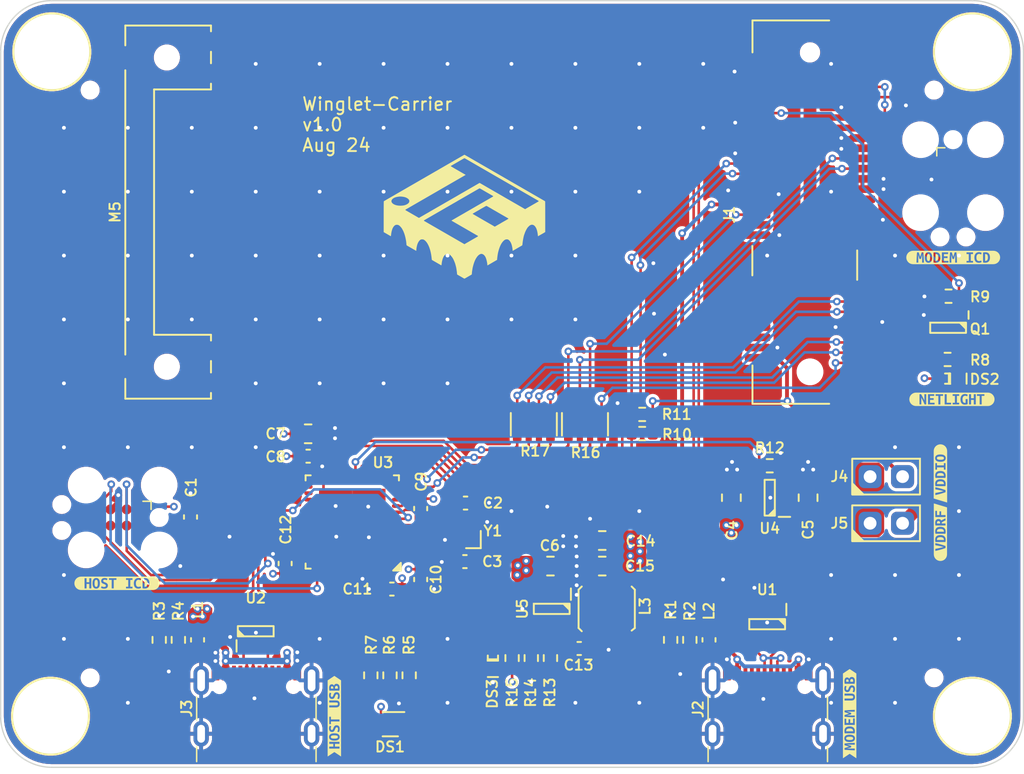
<source format=kicad_pcb>
(kicad_pcb (version 20240108) (generator "pcbnew") (generator_version "8.0")
  (layers (0 "F.Cu" signal) (1 "In1.Cu" signal) (2 "In2.Cu" signal) (31 "B.Cu" signal) (34 "B.Paste" user) (35 "F.Paste" user) (36 "B.SilkS" user "B.Silkscreen") (37 "F.SilkS" user "F.Silkscreen") (38 "B.Mask" user) (39 "F.Mask" user) (44 "Edge.Cuts" user))
  (net 0 "")
  (net 1 "/MCU/NRST")
  (net 2 "GND")
  (net 3 "Net-(U3-PF1{slash}OSC_OUT)")
  (net 4 "Net-(U3-PF0{slash}OSC_IN)")
  (net 5 "+3V3")
  (net 6 "Net-(U4-VOUT)")
  (net 7 "VBUS")
  (net 8 "Net-(U5-BST)")
  (net 9 "Net-(U5-SW)")
  (net 10 "Net-(DS1-RK)")
  (net 11 "Net-(DS1-GK)")
  (net 12 "Net-(DS1-BK)")
  (net 13 "Net-(DS2-K)")
  (net 14 "Net-(DS3-A)")
  (net 16 "/Modem/PROG_CLK")
  (net 18 "/MCU/AUX_RX")
  (net 19 "/MCU/MODEM_TX")
  (net 20 "/MCU/MODEM_DCD")
  (net 21 "/Modem/MODEM_VDD")
  (net 22 "/Modem/I2C_SDA")
  (net 23 "/Modem/I2C_SCL")
  (net 24 "/MCU/MODEM_WAKE")
  (net 29 "/MCU/MODEM_RX")
  (net 30 "/Modem/PROG_DATA")
  (net 32 "/Modem USB/MODEM_USB_DP")
  (net 33 "/Modem USB/MODEM_USB_DM")
  (net 34 "/Modem/PROG_VDD")
  (net 36 "/Modem/MODEM_VDDIO")
  (net 37 "/MCU/MODEM_DTR")
  (net 41 "/MCU/AUX_TX")
  (net 45 "/Modem USB/MODEM_USB_VBUS")
  (net 47 "/Modem/PROG_NRST")
  (net 49 "/Modem/NETLIGHT")
  (net 50 "/MCU/MODEM_RESET")
  (net 51 "Net-(J2-CC1)")
  (net 52 "Net-(J2-D+-PadA6)")
  (net 53 "Net-(J2-CC2)")
  (net 54 "Net-(J2-D--PadA7)")
  (net 57 "Net-(J2-VBUS-PadA4)")
  (net 58 "Net-(J3-D+-PadA6)")
  (net 59 "Net-(J3-D--PadA7)")
  (net 60 "Net-(J3-VBUS-PadA4)")
  (net 61 "Net-(J3-CC1)")
  (net 63 "Net-(J3-CC2)")
  (net 70 "/MCU/SWCLK")
  (net 71 "/MCU/DEBUG_RX")
  (net 74 "/MCU/DEBUG_TX")
  (net 76 "/MCU/SWDIO")
  (net 77 "Net-(Q1-D)")
  (net 78 "/MCU/LED_R")
  (net 79 "/MCU/LED_G")
  (net 80 "/MCU/LED_B")
  (net 81 "/MCU/MODEM_PWR_EN")
  (net 82 "Net-(U5-FB)")
  (net 83 "/Host USB/USB_HOST_DP")
  (net 84 "/Host USB/USB_HOST_DM")
  (net 101 "Net-(J1-Pad5)")
  (net 102 "Net-(J1-Pad11)")
  (net 103 "Net-(J1-Pad33)")
  (net 104 "/Modem/MODEM_WAKE_C")
  (net 105 "Net-(J1-Pad13)")
  (net 106 "Net-(J1-Pad31)")
  (net 107 "Net-(J1-Pad3)")
  (net 108 "/Modem/MODEM_RESET_C")
  (footprint "M_Mechanical:Mount_M3" (layer "F.Cu") (at 53.9 106)
    (property "Reference" "M4" (hide yes))
    (property "Value" "Mount_M3" (hide yes))
  )
  (footprint "DS_LED:DS_0603" (layer "F.Cu") (at 88.5 101.45 90)
    (property "Reference" "DS3")
    (property "Value" "150060YS55040" (hide yes))
  )
  (footprint "R_Resistor:R_0603" (layer "F.Cu") (at 80.45 102.8 -90)
    (property "Reference" "R6")
    (property "Value" "330R" (hide yes))
  )
  (footprint "N_NonPart:ToolingHole_1mm" (layer "F.Cu") (at 57 57 -90)
    (property "Reference" "N6" (hide yes))
    (property "Value" "ToolingHole" (hide yes))
  )
  (footprint "kibuzzard-66B59BD0" (layer "F.Cu") (at 124.4 81.2)
    (property "Reference" "kibuzzard-66B59BD0" (hide yes))
    (property "Value" "G***" (hide yes))
  )
  (footprint "J_Connector:USB_C_USB4105-GF-A-060" (layer "F.Cu") (at 110 106.3)
    (property "Reference" "J2")
    (property "Value" "USB4105-GF-A-060" (hide yes))
  )
  (footprint "R_Resistor:R_Array_1206" (layer "F.Cu") (at 95.7 83.15 90)
    (property "Reference" "R16")
    (property "Value" "1K" (hide yes))
  )
  (footprint "N_NonPart:TagConnect_TC2050" (layer "F.Cu") (at 124.434 64.74 -90)
    (property "Reference" "N1" (hide yes))
    (property "Value" "TC2050_SWD_UART" (hide yes))
  )
  (footprint "U_IC:SOT23_6" (layer "F.Cu") (at 93.1 97.6 -90)
    (property "Reference" "U5")
    (property "Value" "AP62301WU-7" (hide yes))
  )
  (footprint "kibuzzard-66B59CA2" (layer "F.Cu") (at 123.5 91.6 90)
    (property "Reference" "kibuzzard-66B59CA2" (hide yes))
    (property "Value" "G***" (hide yes))
  )
  (footprint "U_IC:SOT23_3" (layer "F.Cu") (at 124.1 75.6 -90)
    (property "Reference" "Q1")
    (property "Value" "2N7002-7-F" (hide yes))
  )
  (footprint "C_Capacitor:C_0805" (layer "F.Cu") (at 97.05 92.25 180)
    (property "Reference" "C14")
    (property "Value" "22u" (hide yes))
  )
  (footprint "L_Inductor:FB_0603" (layer "F.Cu") (at 65.4 100.025 90)
    (property "Reference" "L1")
    (property "Value" "BLM18KG601SN1D" (hide yes))
  )
  (footprint "Y_Oscillator:Crystal_SMD4_2.0x1.6" (layer "F.Cu") (at 86.4 91.5 90)
    (property "Reference" "Y1")
    (property "Value" "ECS-160-10-37-RWM-TR" (hide yes))
  )
  (footprint "R_Resistor:R_0603" (layer "F.Cu") (at 100.175 82.38 180)
    (property "Reference" "R11")
    (property "Value" "10K" (hide yes))
  )
  (footprint "kibuzzard-66B59C9C" (layer "F.Cu") (at 123.5 87 90)
    (property "Reference" "kibuzzard-66B59C9C" (hide yes))
    (property "Value" "G***" (hide yes))
  )
  (footprint "R_Resistor:R_0603" (layer "F.Cu") (at 81.95 102.8 -90)
    (property "Reference" "R5")
    (property "Value" "330R" (hide yes))
  )
  (footprint "C_Capacitor:C_0603" (layer "F.Cu") (at 80.6 96.05 180)
    (property "Reference" "C11")
    (property "Value" "100n" (hide yes))
  )
  (footprint "U_IC:SOT23_5" (layer "F.Cu") (at 110.15 88.9 180)
    (property "Reference" "U4")
    (property "Value" "AP22804AW5-7" (hide yes))
  )
  (footprint "R_Resistor:R_0603" (layer "F.Cu") (at 103.9 100.025 90)
    (property "Reference" "R2")
    (property "Value" "5K1" (hide yes))
  )
  (footprint "M_Mechanical:Mount_M3" (layer "F.Cu") (at 126 106)
    (property "Reference" "M3" (hide yes))
    (property "Value" "Mount_M3" (hide yes))
  )
  (footprint "R_Resistor:R_0603" (layer "F.Cu") (at 93 101.45 90)
    (property "Reference" "R13")
    (property "Value" "31K6" (hide yes))
  )
  (footprint "C_Capacitor:C_0805" (layer "F.Cu") (at 107.15 88.9 90)
    (property "Reference" "C4")
    (property "Value" "10u" (hide yes))
  )
  (footprint "J_Connector:USB_C_USB4105-GF-A-060" (layer "F.Cu") (at 70 106.3)
    (property "Reference" "J3")
    (property "Value" "USB4105-GF-A-060" (hide yes))
  )
  (footprint "M_Mechanical:Mount_M3" (layer "F.Cu") (at 54 54 -90)
    (property "Reference" "M1" (hide yes))
    (property "Value" "Mount_M3" (hide yes))
  )
  (footprint "N_NonPart:TL_Embedded_10mm" (layer "F.Cu") (at 86.3 66.9)
    (property "Reference" "~" (hide yes))
    (property "Value" "TL_Embedded" (hide yes))
  )
  (footprint "C_Capacitor:C_0805" (layer "F.Cu") (at 93 94.25)
    (property "Reference" "C6")
    (property "Value" "10u" (hide yes))
  )
  (footprint "C_Capacitor:C_0603" (layer "F.Cu") (at 95.25 100.7)
    (property "Reference" "C13")
    (property "Value" "100n" (hide yes))
  )
  (footprint "R_Resistor:R_0603" (layer "F.Cu") (at 78.95 102.8 -90)
    (property "Reference" "R7")
    (property "Value" "330R" (hide yes))
  )
  (footprint "kibuzzard-66B59C6F" (layer "F.Cu") (at 124.5 70.1)
    (property "Reference" "kibuzzard-66B59C6F" (hide yes))
    (property "Value" "G***" (hide yes))
  )
  (footprint "C_Capacitor:C_0603" (layer "F.Cu") (at 72.25 94.05 90)
    (property "Reference" "C12")
    (property "Value" "100n" (hide yes))
  )
  (footprint "R_Resistor:R_0603" (layer "F.Cu") (at 110.15 86.4)
    (property "Reference" "R12")
    (property "Value" "10K" (hide yes))
  )
  (footprint "J_Connector:1775862-2" (layer "F.Cu") (at 113.3 66.55 90)
    (property "Reference" "J1")
    (property "Value" "1775862-2" (hide yes))
  )
  (footprint "R_Resistor:R_0603" (layer "F.Cu") (at 91.5 101.45 -90)
    (property "Reference" "R14")
    (property "Value" "10K" (hide yes))
  )
  (footprint "C_Capacitor:C_0805" (layer "F.Cu") (at 113.15 88.9 90)
    (property "Reference" "C5")
    (property "Value" "22u" (hide yes))
  )
  (footprint "U_IC:QFN48_05_7x7_EP" (layer "F.Cu") (at 77.5 90.8 180)
    (property "Reference" "U3")
    (property "Value" "STM32F072CxUx" (hide yes))
  )
  (footprint "R_Resistor:R_0603" (layer "F.Cu") (at 63.9 100.025 90)
    (property "Reference" "R4")
    (property "Value" "5K1" (hide yes))
  )
  (footprint "C_Capacitor:C_0603" (layer "F.Cu") (at 74.05 85.65)
    (property "Reference" "C8")
    (property "Value" "100n" (hide yes))
  )
  (footprint "L_Inductor:FB_0603" (layer "F.Cu") (at 105.4 100.025 90)
    (property "Reference" "L2")
    (property "Value" "BLM18KG601SN1D" (hide yes))
  )
  (footprint "U_IC:SOT23_6" (layer "F.Cu") (at 69.95 99.35 90)
    (property "Reference" "U2")
    (property "Value" "USBLC6-2SC6" (hide yes))
  )
  (footprint "L_Inductor:L_4030S" (layer "F.Cu") (at 97.4 97.6 90)
    (property "Reference" "L3")
    (property "Value" "ASPI-4030S-3R3M-T" (hide yes))
  )
  (footprint "U_IC:SOT23_6" (layer "F.Cu") (at 109.95 98.8 -90)
    (property "Reference" "U1")
    (property "Value" "USBLC6-2SC6" (hide yes))
  )
  (footprint "C_Capacitor:C_0603" (layer "F.Cu") (at 64.85 90.41 90)
    (property "Reference" "C1")
    (property "Value" "100n" (hide yes))
  )
  (footprint "R_Resistor:R_0603" (layer "F.Cu") (at 90 101.45 90)
    (property "Reference" "R15")
    (property "Value" "330R" (hide yes))
  )
  (footprint "R_Resistor:R_0603" (layer "F.Cu") (at 100.175 83.88 180)
    (property "Reference" "R10")
    (property "Value" "10K" (hide yes))
  )
  (footprint "N_NonPart:ToolingHole_1mm" (layer "F.Cu") (at 123 57)
    (property "Reference" "N5" (hide yes))
    (property "Value" "ToolingHole" (hide yes))
  )
  (footprint "C_Capacitor:C_0603" (layer "F.Cu") (at 82.85 89.75 -90)
    (property "Reference" "C9")
    (property "Value" "100n" (hide yes))
  )
  (footprint "R_Resistor:R_0603" (layer "F.Cu") (at 62.4 100.025 90)
    (property "Reference" "R3")
    (property "Value" "5K1" (hide yes))
  )
  (footprint "C_Capacitor:C_0805" (layer "F.Cu") (at 97.05 94.25 180)
    (property "Reference" "C15")
    (property "Value" "22u" (hide yes))
  )
  (footprint "DS_LED:DS_0606" (layer "F.Cu") (at 80.475 106.625 -90)
    (property "Reference" "DS1")
    (property "Value" "LTST-C19HE1WT" (hide yes))
  )
  (footprint "C_Capacitor:C_0805" (layer "F.Cu") (at 74.05 83.9)
    (property "Reference" "C7")
    (property "Value" "10u" (hide yes))
  )
  (footprint "J_Connector:Pins-2.54-1x2" (layer "F.Cu") (at 118 90.9 90)
    (property "Reference" "J5")
    (property "Value" "Pins_2.54_1x2" (hide yes))
  )
  (footprint "R_Resistor:R_0603" (layer "F.Cu") (at 124.135 73.13 180)
    (property "Reference" "R9")
    (property "Value" "10K" (hide yes))
  )
  (footprint "kibuzzard-66B59C37" (layer "F.Cu") (at 116.4 105.8 90)
    (property "Reference" "kibuzzard-66B59C37" (hide yes))
    (property "Value" "G***" (hide yes))
  )
  (footprint "N_NonPart:ToolingHole_1mm" (layer "F.Cu") (at 123 102.99408)
    (property "Reference" "N4" (hide yes))
    (property "Value" "ToolingHole" (hide yes))
  )
  (footprint "R_Resistor:R_Array_1206" (layer "F.Cu") (at 91.7 83.15 90)
    (property "Reference" "R17")
    (property "Value" "1K" (hide yes))
  )
  (footprint "C_Capacitor:C_0603" (layer "F.Cu") (at 86.36 89.32)
    (property "Reference" "C2")
    (property "Value" "12p" (hide yes))
  )
  (footprint "DS_LED:DS_0603" (layer "F.Cu") (at 124.06 79.58 180)
    (property "Reference" "DS2")
    (property "Value" "150060BS55040" (hide yes))
  )
  (footprint "N_NonPart:TagConnect_TC2050" (layer "F.Cu") (at 58.54 90.4 180)
    (property "Reference" "N2" (hide yes))
    (property "Value" "TC2050_SWD_UART" (hide yes))
  )
  (footprint "M_Mechanical:Mount_M3" (layer "F.Cu") (at 126 54)
    (property "Reference" "M2" (hide yes))
    (property "Value" "Mount_M3" (hide yes))
  )
  (footprint "kibuzzard-66B59C7E" (layer "F.Cu") (at 59.1 95.6)
    (property "Reference" "kibuzzard-66B59C7E" (hide yes))
    (property "Value" "G***" (hide yes))
  )
  (footprint "R_Resistor:R_0603" (layer "F.Cu") (at 102.4 100.025 90)
    (property "Reference" "R1")
    (property "Value" "5K1" (hide yes))
  )
  (footprint "R_Resistor:R_0603" (layer "F.Cu") (at 124.06 78.08 180)
    (property "Reference" "R8")
    (property "Value" "330R" (hide yes))
  )
  (footprint "C_Capacitor:C_0603" (layer "F.Cu") (at 86.31 93.9 180)
    (property "Reference" "C3")
    (property "Value" "12p" (hide yes))
  )
  (footprint "M_Mechanical:MM60-EZH039-B5-R850" (layer "F.Cu") (at 63 66.55 90)
    (property "Reference" "M5")
    (property "Value" "MM60-EZH039-B5-R850" (hide yes))
  )
  (footprint "kibuzzard-66B59C2B" (layer "F.Cu") (at 76.1 106 90)
    (property "Reference" "kibuzzard-66B59C2B" (hide yes))
    (property "Value" "G***" (hide yes))
  )
  (footprint "J_Connector:Pins-2.54-1x2" (layer "F.Cu") (at 118 87.25 90)
    (property "Reference" "J4")
    (property "Value" "Pins_2.54_1x2" (hide yes))
  )
  (footprint "N_NonPart:ToolingHole_1mm" (layer "F.Cu") (at 57 103)
    (property "Reference" "N3" (hide yes))
    (property "Value" "ToolingHole" (hide yes))
  )
  (footprint "C_Capacitor:C_0603" (layer "F.Cu") (at 82.85 95.3 -90)
    (property "Reference" "C10")
    (property "Value" "100n" (hide yes))
  )
  (gr_arc (start 54 110) (mid 51.171573 108.828427) (end 50 106) (stroke (width 0.1)) (layer "Edge.Cuts"))
  (gr_line (start 54 110) (end 126 110) (stroke (width 0.1)) (layer "Edge.Cuts"))
  (gr_arc (start 126 50) (mid 128.828427 51.171573) (end 130 54) (stroke (width 0.1)) (layer "Edge.Cuts"))
  (gr_arc (start 130 106) (mid 128.828427 108.828427) (end 126 110) (stroke (width 0.1)) (layer "Edge.Cuts"))
  (gr_line (start 126 50) (end 54 50) (stroke (width 0.1)) (layer "Edge.Cuts"))
  (gr_line (start 50 54) (end 50 106) (stroke (width 0.1)) (layer "Edge.Cuts"))
  (gr_line (start 130 106) (end 130 54) (stroke (width 0.1)) (layer "Edge.Cuts"))
  (gr_arc (start 50 54) (mid 51.171573 51.171573) (end 54 50) (stroke (width 0.1)) (layer "Edge.Cuts"))
  (gr_text "Winglet-Carrier\nv1.0\nAug 24" (at 73.5 61.9 0) (layer "F.SilkS") (effects (font (size 1 1)) (justify left bottom)))
  (segment (start 61.13 91.085) (end 61.835 91.085) (width 0.2) (layer "F.Cu") (net 1))
  (segment (start 62.0453 91.2953) (end 64.7397 91.2953) (width 0.2) (layer "F.Cu") (net 1))
  (segment (start 64.7397 91.2953) (end 64.85 91.185) (width 0.2) (layer "F.Cu") (net 1))
  (segment (start 70.55 89.9) (end 69.265 91.185) (width 0.2) (layer "F.Cu") (net 1))
  (segment (start 72.85 89.9) (end 70.55 89.9) (width 0.2) (layer "F.Cu") (net 1))
  (segment (start 81.875 90.45) (end 81.775 90.55) (width 0.2) (layer "F.Cu") (net 1))
  (segment (start 69.265 91.185) (end 64.85 91.185) (width 0.2) (layer "F.Cu") (net 1))
  (segment (start 81.775 90.55) (end 80.925 90.55) (width 0.2) (layer "F.Cu") (net 1))
  (segment (start 61.835 91.085) (end 62.0453 91.2953) (width 0.2) (layer "F.Cu") (net 1))
  (via (at 81.875 90.45) (size 0.6) (drill 0.3) (layers "F.Cu" "B.Cu") (net 1))
  (via (at 72.85 89.9) (size 0.6) (drill 0.3) (layers "F.Cu" "B.Cu") (net 1))
  (segment (start 81.875 90.45) (end 79.675 88.25) (width 0.2) (layer "B.Cu") (net 1))
  (segment (start 74.5 88.25) (end 72.85 89.9) (width 0.2) (layer "B.Cu") (net 1))
  (segment (start 79.675 88.25) (end 74.5 88.25) (width 0.2) (layer "B.Cu") (net 1))
  (segment (start 80.925 90.05) (end 79.35 90.05) (width 0.2) (layer "F.Cu") (net 2))
  (segment (start 75.25 88.55) (end 76.2 89.5) (width 0.2) (layer "F.Cu") (net 2))
  (segment (start 59.2 89.205) (end 59.2 88.7) (width 0.3) (layer "F.Cu") (net 2))
  (segment (start 73.2 102.62) (end 73.2 101) (width 0.5) (layer "F.Cu") (net 2))
  (segment (start 66.8 102.65) (end 66.8 101.03) (width 0.5) (layer "F.Cu") (net 2))
  (segment (start 78.25 94.225) (end 78.25 92.65) (width 0.2) (layer "F.Cu") (net 2))
  (segment (start 81.426471 90.05) (end 81.626471 89.85) (width 0.2) (layer "F.Cu") (net 2))
  (segment (start 123.159 64) (end 123.849 64.69) (width 0.3) (layer "F.Cu") (net 2))
  (segment (start 78.25 92.65) (end 78.8 92.1) (width 0.2) (layer "F.Cu") (net 2))
  (segment (start 79.75 94.225) (end 79.75 93.05) (width 0.2) (layer "F.Cu") (net 2))
  (segment (start 74.075 93.05) (end 72.475 93.05) (width 0.2) (layer "F.Cu") (net 2))
  (segment (start 72.475 93.05) (end 72.25 93.275) (width 0.2) (layer "F.Cu") (net 2))
  (segment (start 81.626471 89.85) (end 82.175 89.85) (width 0.2) (layer "F.Cu") (net 2))
  (segment (start 80.925 90.05) (end 81.426471 90.05) (width 0.2) (layer "F.Cu") (net 2))
  (segment (start 58.59 89.815) (end 59.2 89.205) (width 0.3) (layer "F.Cu") (net 2))
  (segment (start 79.35 90.05) (end 78.8 89.5) (width 0.2) (layer "F.Cu") (net 2))
  (segment (start 82.175 89.85) (end 82.85 90.525) (width 0.2) (layer "F.Cu") (net 2))
  (segment (start 75.25 87.375) (end 75.25 86.075) (width 0.2) (layer "F.Cu") (net 2))
  (segment (start 75.25 87.375) (end 75.25 88.55) (width 0.2) (layer "F.Cu") (net 2))
  (segment (start 78.25 94.225) (end 78.25 95.2) (width 0.2) (layer "F.Cu") (net 2))
  (segment (start 109.95 98.669499) (end 109.95 97.65) (width 0.3) (layer "F.Cu") (net 2))
  (segment (start 69.95 99.480502) (end 69.95 100.5) (width 0.3) (layer "F.Cu") (net 2))
  (segment (start 75.25 86.075) (end 74.825 85.65) (width 0.2) (layer "F.Cu") (net 2))
  (segment (start 122.8 64) (end 123.159 64) (width 0.3) (layer "F.Cu") (net 2))
  (segment (start 79.75 93.05) (end 78.8 92.1) (width 0.2) (layer "F.Cu") (net 2))
  (segment (start 75.25 93.05) (end 76.2 92.1) (width 0.2) (layer "F.Cu") (net 2))
  (segment (start 69.965251 99.465251) (end 69.95 99.480502) (width 0.3) (layer "F.Cu") (net 2))
  (segment (start 74.075 93.05) (end 75.25 93.05) (width 0.2) (layer "F.Cu") (net 2))
  (segment (start 78.25 95.2) (end 78.3 95.25) (width 0.2) (layer "F.Cu") (net 2))
  (via (at 54.95 64.95) (size 0.6) (drill 0.3) (layers "F.Cu" "B.Cu") (net 2))
  (via (at 67.95 99.8) (size 0.6) (drill 0.3) (layers "F.Cu" "B.Cu") (net 2))
  (via (at 59.95 84.95) (size 0.6) (drill 0.3) (layers "F.Cu" "B.Cu") (net 2))
  (via (at 84.95 54.95) (size 0.6) (drill 0.3) (layers "F.Cu" "B.Cu") (net 2))
  (via (at 76.25 91.95) (size 0.6) (drill 0.3) (layers "F.Cu" "B.Cu") (net 2))
  (via (at 106.8 86.7) (size 0.6) (drill 0.3) (layers "F.Cu" "B.Cu") (net 2))
  (via (at 59.95 74.95) (size 0.6) (drill 0.3) (layers "F.Cu" "B.Cu") (net 2))
  (via (at 115.75 58.35) (size 0.6) (drill 0.3) (layers "F.Cu" "B.Cu") (net 2))
  (via (at 111 85.4) (size 0.6) (drill 0.3) (layers "F.Cu" "B.Cu") (net 2))
  (via (at 62.4 98.15) (size 0.6) (drill 0.3) (layers "F.Cu" "B.Cu") (net 2))
  (via (at 122.25 73.15) (size 0.6) (drill 0.3) (layers "F.Cu" "B.Cu") (net 2))
  (via (at 64.95 59.95) (size 0.6) (drill 0.3) (layers "F.Cu" "B.Cu") (net 2))
  (via (at 67.9 91.95) (size 0.6) (drill 0.3) (layers "F.Cu" "B.Cu") (net 2))
  (via (at 124.95 99.95) (size 0.6) (drill 0.3) (layers "F.Cu" "B.Cu") (net 2))
  (via (at 95 92.7) (size 0.6) (drill 0.3) (layers "F.Cu" "B.Cu") (net 2))
  (via (at 119.05 64.75) (size 0.6) (drill 0.3) (layers "F.Cu" "B.Cu") (net 2))
  (via (at 113.2 101.55) (size 0.6) (drill 0.3) (layers "F.Cu" "B.Cu") (net 2))
  (via (at 119.95 69.95) (size 0.6) (drill 0.3) (layers "F.Cu" "B.Cu") (net 2))
  (via (at 103.9 98.05) (size 0.6) (drill 0.3) (layers "F.Cu" "B.Cu") (net 2))
  (via (at 75.15 86.45) (size 0.6) (drill 0.3) (layers "F.Cu" "B.Cu") (net 2))
  (via (at 84.75 92.2) (size 0.6) (drill 0.3) (layers "F.Cu" "B.Cu") (net 2))
  (via (at 112.75 86.7) (size 0.6) (drill 0.3) (layers "F.Cu" "B.Cu") (net 2))
  (via (at 95.05 93.5) (size 0.6) (drill 0.3) (layers "F.Cu" "B.Cu") (net 2))
  (via (at 119 67.15) (size 0.6) (drill 0.3) (layers "F.Cu" "B.Cu") (net 2))
  (via (at 54.95 79.95) (size 0.6) (drill 0.3) (layers "F.Cu" "B.Cu") (net 2))
  (via (at 119.95 104.95) (size 0.6) (drill 0.3) (layers "F.Cu" "B.Cu") (net 2))
  (via (at 104.95 59.95) (size 0.6) (drill 0.3) (layers "F.Cu" "B.Cu") (net 2))
  (via (at 78.8 92) (size 0.6) (drill 0.3) (layers "F.Cu" "B.Cu") (net 2))
  (via (at 78.3 95.25) (size 0.6) (drill 0.3) (layers "F.Cu" "B.Cu") (net 2))
  (via (at 79.95 69.95) (size 0.6) (drill 0.3) (layers "F.Cu" "B.Cu") (net 2))
  (via (at 94.95 74.95) (size 0.6) (drill 0.3) (layers "F.Cu" "B.Cu") (net 2))
  (via (at 114.95 54.95) (size 0.6) (drill 0.3) (layers "F.Cu" "B.Cu") (net 2))
  (via (at 107.4 55.55) (size 0.6) (drill 0.3) (layers "F.Cu" "B.Cu") (net 2))
  (via (at 69.965251 99.465251) (size 0.6) (drill 0.3) (layers "F.Cu" "B.Cu") (net 2))
  (via (at 124.95 94.95) (size 0.6) (drill 0.3) (layers "F.Cu" "B.Cu") (net 2))
  (via (at 73.2 101) (size 0.6) (drill 0.3) (layers "F.Cu" "B.Cu") (net 2))
  (via (at 89.95 74.95) (size 0.6) (drill 0.3) (layers "F.Cu" "B.Cu") (net 2))
  (via (at 90.8 97.6) (size 0.6) (drill 0.3) (layers "F.Cu" "B.Cu") (net 2))
  (via (at 109.95 98.669499) (size 0.6) (drill 0.3) (layers "F.Cu" "B.Cu") (net 2))
  (via (at 107.2 86.1) (size 0.6) (drill 0.3) (layers "F.Cu" "B.Cu") (net 2))
  (via (at 74.95 64.95) (size 0.6) (drill 0.3) (layers "F.Cu" "B.Cu") (net 2))
  (via (at 110.2 88.9) (size 0.6) (drill 0.3) (layers "F.Cu" "B.Cu") (net 2))
  (via (at 74.95 74.95) (size 0.6) (drill 0.3) (layers "F.Cu" "B.Cu") (net 2))
  (via (at 89.95 54.95) (size 0.6) (drill 0.3) (layers "F.Cu" "B.Cu") (net 2))
  (via (at 63.9 98.15) (size 0.6) (drill 0.3) (layers "F.Cu" "B.Cu") (net 2))
  (via (at 54.95 74.95) (size 0.6) (drill 0.3) (layers "F.Cu" "B.Cu") (net 2))
  (via (at 78.75 89.6) (size 0.6) (drill 0.3) (layers "F.Cu" "B.Cu") (net 2))
  (via (at 78.8 96.05) (size 0.6) (drill 0.3) (layers "F.Cu" "B.Cu") (net 2))
  (via (at 69.95 69.95) (size 0.6) (drill 0.3) (layers "F.Cu" "B.Cu") (net 2))
  (via (at 114.95 94.95) (size 0.6) (drill 0.3) (layers "F.Cu" "B.Cu") (net 2))
  (via (at 89.95 64.95) (size 0.6) (drill 0.3) (layers "F.Cu" "B.Cu") (net 2))
  (via (at 115.3 75.55) (size 0.6) (drill 0.3) (layers "F.Cu" "B.Cu") (net 2))
  (via (at 84.95 79.95) (size 0.6) (drill 0.3) (layers "F.Cu" "B.Cu") (net 2))
  (via (at 113.15 86.1) (size 0.6) (drill 0.3) (layers "F.Cu" "B.Cu") (net 2))
  (via (at 101.05 70.55) (size 0.6) (drill 0.3) (layers "F.Cu" "B.Cu") (net 2))
  (via (at 64.95 69.95) (size 0.6) (drill 0.3) (layers "F.Cu" "B.Cu") (net 2))
  (via (at 109.95 69.95) (size 0.6) (drill 0.3) (layers "F.Cu" "B.Cu") (net 2))
  (via (at 94 92.7) (size 0.6) (drill 0.3) (layers "F.Cu" "B.Cu") (net 2))
  (via (at 74.95 69.95) (size 0.6) (drill 0.3) (layers "F.Cu" "B.Cu") (net 2))
  (via (at 109.65 104.65) (size 0.6) (drill 0.3) (layers "F.Cu" "B.Cu") (net 2))
  (via (at 84.95 64.95) (size 0.6) (drill 0.3) (layers "F.Cu" "B.Cu") (net 2))
  (via (at 114.95 104.95) (size 0.6) (drill 0.3) (layers "F.Cu" "B.Cu") (net 2))
  (via (at 101.1 74.5) (size 0.6) (drill 0.3) (layers "F.Cu" "B.Cu") (net 2))
  (via (at 114.95 64.95) (size 0.6) (drill 0.3) (layers "F.Cu" "B.Cu") (net 2))
  (via (at 64.85 88.55) (size 0.6) (drill 0.3) (layers "F.Cu" "B.Cu") (net 2))
  (via (at 59.95 69.95) (size 0.6) (drill 0.3) (layers "F.Cu" "B.Cu") (net 2))
  (via (at 69.95 74.95) (size 0.6) (drill 0.3) (layers "F.Cu" "B.Cu") (net 2))
  (via (at 88.05 90.8) (size 0.6) (drill 0.3) (layers "F.Cu" "B.Cu") (net 2))
  (via (at 79.95 74.95) (size 0.6) (drill 0.3) (layers "F.Cu" "B.Cu") (net 2))
  (via (at 54.95 59.95) (size 0.6) (drill 0.3) (layers "F.Cu" "B.Cu") (net 2))
  (via (at 107.45 61.95) (size 0.6) (drill 0.3) (layers "F.Cu" "B.Cu") (net 2))
  (via (at 73.2 101.65) (size 0.6) (drill 0.3) (layers "F.Cu" "B.Cu") (net 2))
  (via (at 83.9 96.05) (size 0.6) (drill 0.3) (layers "F.Cu" "B.Cu") (net 2))
  (via (at 76.15 84.25) (size 0.6) (drill 0.3) (layers "F.Cu" "B.Cu") (net 2))
  (via (at 110.9 68.35) (size 0.6) (drill 0.3) (layers "F.Cu" "B.Cu") (net 2))
  (via (at 69.85 104.6) (size 0.6) (drill 0.3) (layers "F.Cu" "B.Cu") (net 2))
  (via (at 63.15 102.5) (size 0.6) (drill 0.3) (layers "F.Cu" "B.Cu") (net 2))
  (via (at 91.5 103.3) (size 0.6) (drill 0.3) (layers "F.Cu" "B.Cu") (net 2))
  (via (at 59.95 104.95) (size 0.6) (drill 0.3) (layers "F.Cu" "B.Cu") (net 2))
  (via (at 84.95 59.95) (size 0.6) (drill 0.3) (layers "F.Cu" "B.Cu") (net 2))
  (via (at 96.1 90.55) (size 0.6) (drill 0.3) (layers "F.Cu" "B.Cu") (net 2))
  (via (at 54.95 84.95) (size 0.6) (drill 0.3) (layers "F.Cu" "B.Cu") (net 2))
  (via (at 108.95 95.95) (size 0.6) (drill 0.3) (layers "F.Cu" "B.Cu") (net 2))
  (via (at 122.8 64) (size 0.6) (drill 0.3) (layers "F.Cu" "B.Cu") (net 2))
  (via (at 103.15 102.7) (size 0.6) (drill 0.3) (layers "F.Cu" "B.Cu") (net 2))
  (via (at 95.05 95.75) (size 0.6) (drill 0.3) (layers "F.Cu" "B.Cu") (net 2))
  (via (at 102.4 98.05) (size 0.6) (drill 0.3) (layers "F.Cu" "B.Cu") (net 2))
  (via (at 89.95 89.95) (size 0.6) (drill 0.3) (layers "F.Cu" "B.Cu") (net 2))
  (via (at 54.95 94.95) (size 0.6) (drill 0.3) (layers "F.Cu" "B.Cu") (net 2))
  (via (at 94.95 54.95) (size 0.6) (drill 0.3) (layers "F.Cu" "B.Cu") (net 2))
  (via (at 119.05 63.95) (size 0.6) (drill 0.3) (layers "F.Cu" "B.Cu") (net 2))
  (via (at 89.95 69.95) (size 0.6) (drill 0.3) (layers "F.Cu" "B.Cu") (net 2))
  (via (at 54.95 99.95) (size 0.6) (drill 0.3) (layers "F.Cu" "B.Cu") (net 2))
  (via (at 99.95 89.95) (size 0.6) (drill 0.3) (layers "F.Cu" "B.Cu") (net 2))
  (via (at 84.5 93.93) (size 0.6) (drill 0.3) (layers "F.Cu" "B.Cu") (net 2))
  (via (at 89.95 59.95) (size 0.6) (drill 0.3) (layers "F.Cu" "B.Cu") (net 2))
  (via (at 113.55 86.7) (size 0.6) (drill 0.3) (layers "F.Cu" "B.Cu") (net 2))
  (via (at 76.15 83.45) (size 0.6) (drill 0.3) (layers "F.Cu" "B.Cu") (net 2))
  (via (at 92.75 89.6) (size 0.6) (drill 0.3) (layers "F.Cu" "B.Cu") (net 2))
  (via (at 69.95 54.95) (size 0.6) (drill 0.3) (layers "F.Cu" "B.Cu") (net 2))
  (via (at 74.95 99.95) (size 0.6) (drill 0.3) (layers "F.Cu" "B.Cu") (net 2))
  (via (at 64.95 84.95) (size 0.6) (drill 0.3) (layers "F.Cu" "B.Cu") (net 2))
  (via (at 64.95 64.95) (size 0.6) (drill 0.3) (layers "F.Cu" "B.Cu") (net 2))
  (via (at 89.95 104.95) (size 0.6) (drill 0.3) (layers "F.Cu" "B.Cu") (net 2))
  (via (at 71.3 93.3) (size 0.6) (drill 0.3) (layers "F.Cu" "B.Cu") (net 2))
  (via (at 64.05 94.25) (size 0.6) (drill 0.3) (layers "F.Cu" "B.Cu") (net 2))
  (via (at 74.95 59.95) (size 0.6) (drill 0.3) (layers "F.Cu" "B.Cu") (net 2))
  (via (at 107.45 59.55) (size 0.6) (drill 0.3) (layers "F.Cu" "B.Cu") (net 2))
  (via (at 84.95 74.95) (size 0.6) (drill 0.3) (layers "F.Cu" "B.Cu") (net 2))
  (via (at 119.95 94.95) (size 0.6) (drill 0.3) (layers "F.Cu" "B.Cu") (net 2))
  (via (at 95.05 95) (size 0.6) (drill 0.3) (layers "F.Cu" "B.Cu") (net 2))
  (via (at 110.85 65.15) (size 0.6) (drill 0.3) (layers "F.Cu" "B.Cu") (net 2))
  (via (at 120.8 58.2) (size 0.6) (drill 0.3) (layers "F.Cu" "B.Cu") (net 2))
  (via (at 74.95 54.95) (size 0.6) (drill 0.3) (layers "F.Cu" "B.Cu") (net 2))
  (via (at 99.95 54.95) (size 0.6) (drill 0.3) (layers "F.Cu" "B.Cu") (net 2))
  (via (at 94.95 59.95) (size 0.6) (drill 0.3) (layers "F.Cu" "B.Cu") (net 2))
  (via (at 97.55 100.8) (size 0.6) (drill 0.3) (layers "F.Cu" "B.Cu") (net 2))
  (via (at 54.95 69.95) (size 0.6) (drill 0.3) (layers "F.Cu" "B.Cu") (net 2))
  (via (at 79.95 54.95) (size 0.6) (drill 0.3) (layers "F.Cu" "B.Cu") (net 2))
  (via (at 95 91.95) (size 0.6) (drill 0.3) (layers "F.Cu" "B.Cu") (net 2))
  (via (at 106.5 95.3) (size 0.6) (drill 0.3) (layers "F.Cu" "B.Cu") (net 2))
  (via (at 69.95 64.95) (size 0.6) (drill 0.3) (layers "F.Cu" "B.Cu") (net 2))
  (via (at 88.2 89.3) (size 0.6) (drill 0.3) (layers "F.Cu" "B.Cu") (net 2))
  (via (at 66.8 101.68) (size 0.6) (drill 0.3) (layers "F.Cu" "B.Cu") (net 2))
  (via (at 84.95 104.95) (size 0.6) (drill 0.3) (layers "F.Cu" "B.Cu") (net 2))
  (via (at 79.95 79.95) (size 0.6) (drill 0.3) (layers "F.Cu" "B.Cu") (net 2))
  (via (at 119.95 99.95) (size 0.6) (drill 0.3) (layers "F.Cu" "B.Cu") (net 2))
  (via (at 94.95 69.95) (size 0.6) (drill 0.3) (layers "F.Cu" "B.Cu") (net 2))
  (via (at 101.95 77.7) (size 0.6) (drill 0.3) (layers "F.Cu" "B.Cu") (net 2))
  (via (at 69.95 79.95) (size 0.6) (drill 0.3) (layers "F.Cu" "B.Cu") (net 2))
  (via (at 95.05 94.25) (size 0.6) (drill 0.3) (layers "F.Cu" "B.Cu") (net 2))
  (via (at 81.15 105) (size 0.6) (drill 0.3) (layers "F.Cu" "B.Cu") (net 2))
  (via (at 94.95 64.95) (size 0.6) (drill 0.3) (layers "F.Cu" "B.Cu") (net 2))
  (via (at 124.95 84.95) (size 0.6) (drill 0.3) (layers "F.Cu" "B.Cu") (net 2))
  (via (at 119.95 84.95) (size 0.6) (drill 0.3) (layers "F.Cu" "B.Cu") (net 2))
  (via (at 104.95 54.95) (size 0.6) (drill 0.3) (layers "F.Cu" "B.Cu") (net 2))
  (via (at 59.95 59.95) (size 0.6) (drill 0.3) (layers "F.Cu" "B.Cu") (net 2))
  (via (at 107.6 86.7) (size 0.6) (drill 0.3) (layers "F.Cu" "B.Cu") (net 2))
  (via (at 66.8 101.03) (size 0.6) (drill 0.3) (layers "F.Cu" "B.Cu") (net 2))
  (via (at 59.95 99.95) (size 0.6) (drill 0.3) (layers "F.Cu" "B.Cu") (net 2))
  (via (at 122.2 74.6) (size 0.6) (drill 0.3) (layers "F.Cu" "B.Cu") (net 2))
  (via (at 74.95 104.95) (size 0.6) (drill 0.3) (layers "F.Cu" "B.Cu") (net 2))
  (via (at 114.95 99.95) (size 0.6) (drill 0.3) (layers "F.Cu" "B.Cu") (net 2))
  (via (at 98.25 81.5) (size 0.6) (drill 0.3) (layers "F.Cu" "B.Cu") (net 2))
  (via (at 64.95 74.95) (size 0.6) (drill 0.3) (layers "F.Cu" "B.Cu") (net 2))
  (via (at 69.95 59.95) (size 0.6) (drill 0.3) (layers "F.Cu" "B.Cu") (net 2))
  (via (at 106.9 64.85) (size 0.6) (drill 0.3) (layers "F.Cu" "B.Cu") (net 2))
  (via (at 74.95 79.95) (size 0.6) (drill 0.3) (layers "F.Cu" "B.Cu") (net 2))
  (via (at 59.2 88.7) (size 0.6) (drill 0.3) (layers "F.Cu" "B.Cu") (net 2))
  (via (at 110.75 77.15) (size 0.6) (drill 0.3) (layers "F.Cu" "B.Cu") (net 2))
  (via (at 59.95 64.95) (size 0.6) (drill 0.3) (layers "F.Cu" "B.Cu") (net 2))
  (via (at 69.95 84.95) (size 0.6) (drill 0.3) (layers "F.Cu" "B.Cu") (net 2))
  (via (at 76.2 89.55) (size 0.6) (drill 0.3) (layers "F.Cu" "B.Cu") (net 2))
  (via (at 124.95 69.95) (size 0.6) (drill 0.3) (layers "F.Cu" "B.Cu") (net 2))
  (via (at 124.95 89.95) (size 0.6) (drill 0.3) (layers "F.Cu" "B.Cu") (net 2))
  (via (at 79.95 64.95) (size 0.6) (drill 0.3) (layers "F.Cu" "B.Cu") (net 2))
  (via (at 84.95 99.95) (size 0.6) (drill 0.3) (layers "F.Cu" "B.Cu") (net 2))
  (via (at 84.95 69.95) (size 0.6) (drill 0.3) (layers "F.Cu" "B.Cu") (net 2))
  (via (at 99.95 104.95) (size 0.6) (drill 0.3) (layers "F.Cu" "B.Cu") (net 2))
  (via (at 118.95 75.15) (size 0.6) (drill 0.3) (layers "F.Cu" "B.Cu") (net 2))
  (via (at 115.75 61.6) (size 0.6) (drill 0.3) (layers "F.Cu" "B.Cu") (net 2))
  (via (at 79.95 59.95) (size 0.6) (drill 0.3) (layers "F.Cu" "B.Cu") (net 2))
  (via (at 106.8 101.55) (size 0.6) (drill 0.3) (layers "F.Cu" "B.Cu") (net 2))
  (via (at 115.75 60.75) (size 0.6) (drill 0.3) (layers "F.Cu" "B.Cu") (net 2))
  (via (at 95.05 96.5) (size 0.6) (drill 0.3) (layers "F.Cu" "B.Cu") (net 2))
  (via (at 94 91.9) (size 0.6) (drill 0.3) (layers "F.Cu" "B.Cu") (net 2))
  (via (at 99.95 59.95) (size 0.6) (drill 0.3) (layers "F.Cu" "B.Cu") (net 2))
  (via (at 94.95 104.95) (size 0.6) (drill 0.3) (layers "F.Cu" "B.Cu") (net 2))
  (via (at 99.95 64.95) (size 0.6) (drill 0.3) (layers "F.Cu" "B.Cu") (net 2))
  (via (at 88.5 103.35) (size 0.6) (drill 0.3) (layers "F.Cu" "B.Cu") (net 2))
  (segment (start 85.85 89.585) (end 85.585 89.32) (width 0.2) (layer "F.Cu") (net 3))
  (segment (start 85.85 90.8) (end 85.85 89.585) (width 0.2) (layer "F.Cu") (net 3))
  (segment (start 85.15 91.5) (end 85.85 90.8) (width 0.2) (layer "F.Cu") (net 3))
  (segment (start 82.151304 91.05) (end 82.601304 91.5) (width 0.2) (layer "F.Cu") (net 3))
  (segment (start 82.601304 91.5) (end 85.15 91.5) (width 0.2) (layer "F.Cu") (net 3))
  (segment (start 80.925 91.05) (end 82.151304 91.05) (width 0.2) (layer "F.Cu") (net 3))
  (segment (start 86.95 92.262648) (end 86.95 92.2) (width 0.2) (layer "F.Cu") (net 4))
  (segment (start 86.95 92.2) (end 86.95 93.765) (width 0.2) (layer "F.Cu") (net 4))
  (segment (start 80.925 91.55) (end 82.05 91.55) (width 0.2) (layer "F.Cu") (net 4))
  (segment (start 86.262648 92.95) (end 86.95 92.262648) (width 0.2) (layer "F.Cu") (net 4))
  (segment (start 82.05 91.55) (end 83.45 92.95) (width 0.2) (layer "F.Cu") (net 4))
  (segment (start 83.45 92.95) (end 86.262648 92.95) (width 0.2) (layer "F.Cu") (net 4))
  (segment (start 86.95 93.765) (end 87.085 93.9) (width 0.2) (layer "F.Cu") (net 4))
  (segment (start 74.75 86.9) (end 74.45 86.6) (width 0.2) (layer "F.Cu") (net 5))
  (segment (start 81.875 93.55) (end 82.85 94.525) (width 0.2) (layer "F.Cu") (net 5))
  (segment (start 74.45 86.6) (end 73.65 86.6) (width 0.2) (layer "F.Cu") (net 5))
  (segment (start 62 89.6) (end 63.55 89.6) (width 0.2) (layer "F.Cu") (net 5))
  (segment (start 73.1 85.475) (end 73.1 83.9) (width 0.2) (layer "F.Cu") (net 5))
  (segment (start 74.075 93.55) (end 73.525 93.55) (width 0.2) (layer "F.Cu") (net 5))
  (segment (start 80.25 94.925) (end 81.375 96.05) (width 0.2) (layer "F.Cu") (net 5))
  (segment (start 100.25 99.95) (end 100.25 95.65) (width 0.2) (layer "F.Cu") (net 5))
  (segment (start 123.2725 79.58) (end 122.28 79.58) (width 0.2) (layer "F.Cu") (net 5))
  (segment (start 80.925 89.55) (end 81.360785 89.55) (width 0.2) (layer "F.Cu") (net 5))
  (segment (start 73.525 93.55) (end 72.25 94.825) (width 0.2) (layer "F.Cu") (net 5))
  (segment (start 97.925 102.275) (end 100.25 99.95) (width 0.2) (layer "F.Cu") (net 5))
  (segment (start 100.25 95.65) (end 99.95 95.35) (width 0.2) (layer "F.Cu") (net 5))
  (segment (start 74.75 87.375) (end 74.75 86.9) (width 0.2) (layer "F.Cu") (net 5))
  (segment (start 73.1 83.9) (end 72.15 83.9) (width 0.2) (layer "F.Cu") (net 5))
  (segment (start 73.275 85.65) (end 72.35 85.65) (width 0.2) (layer "F.Cu") (net 5))
  (segment (start 81.4 95.2) (end 81.4 96.025) (width 0.2) (layer "F.Cu") (net 5))
  (segment (start 73.65 86.6) (end 73.275 86.225) (width 0.2) (layer "F.Cu") (net 5))
  (segment (start 80.925 93.55) (end 81.875 93.55) (width 0.2) (layer "F.Cu") (net 5))
  (segment (start 72.25 94.825) (end 71.325 94.825) (width 0.2) (layer "F.Cu") (net 5))
  (segment (start 71.325 94.825) (end 71.3 94.85) (width 0.2) (layer "F.Cu") (net 5))
  (segment (start 122.28 79.58) (end 122.25 79.55) (width 0.2) (layer "F.Cu") (net 5))
  (segment (start 79.75 106.2) (end 79.75 105.25) (width 0.2) (layer "F.Cu") (net 5))
  (segment (start 83.825 88.975) (end 83.85 89) (width 0.2) (layer "F.Cu") (net 5))
  (segment (start 81.360785 89.55) (end 81.935785 88.975) (width 0.2) (layer "F.Cu") (net 5))
  (segment (start 81.935785 88.975) (end 82.85 88.975) (width 0.2) (layer "F.Cu") (net 5))
  (segment (start 81.9 94.5) (end 82.825 94.5) (width 0.2) (layer "F.Cu") (net 5))
  (segment (start 82.825 94.5) (end 82.85 94.525) (width 0.2) (layer "F.Cu") (net 5))
  (segment (start 90 102.275) (end 90 103.3) (width 0.2) (layer "F.Cu") (net 5))
  (segment (start 73.275 86.225) (end 73.275 85.65) (width 0.2) (layer "F.Cu") (net 5))
  (segment (start 61.13 89.815) (end 61.785 89.815) (width 0.2) (layer "F.Cu") (net 5))
  (segment (start 82.85 88.975) (end 83.825 88.975) (width 0.2) (layer "F.Cu") (net 5))
  (segment (start 93 102.275) (end 97.925 102.275) (width 0.2) (layer "F.Cu") (net 5))
  (segment (start 61.785 89.815) (end 62 89.6) (width 0.2) (layer "F.Cu") (net 5))
  (segment (start 81.4 96.025) (end 81.375 96.05) (width 0.2) (layer "F.Cu") (net 5))
  (segment (start 80.25 94.225) (end 80.25 94.925) (width 0.2) (layer "F.Cu") (net 5))
  (via (at 106.75 91.05) (size 0.6) (drill 0.3) (layers "F.Cu" "B.Cu") (net 5))
  (via (at 100 93.1) (size 0.6) (drill 0.3) (layers "F.Cu" "B.Cu") (net 5))
  (via (at 72.15 83.9) (size 0.6) (drill 0.3) (layers "F.Cu" "B.Cu") (net 5))
  (via (at 81.9 94.5) (size 0.6) (drill 0.3) (layers "F.Cu" "B.Cu") (net 5))
  (via (at 107.55 91.05) (size 0.6) (drill 0.3) (layers "F.Cu" "B.Cu") (net 5))
  (via (at 83.85 89) (size 0.6) (drill 0.3) (layers "F.Cu" "B.Cu") (net 5))
  (via (at 90 103.3) (size 0.6) (drill 0.3) (layers "F.Cu" "B.Cu") (net 5))
  (via (at 107.15 91.65) (size 0.6) (drill 0.3) (layers "F.Cu" "B.Cu") (net 5))
  (via (at 99.25 91.95) (size 0.6) (drill 0.3) (layers "F.Cu" "B.Cu") (net 5))
  (via (at 99.25 92.7) (size 0.6) (drill 0.3) (layers "F.Cu" "B.Cu") (net 5))
  (via (at 71.3 94.85) (size 0.6) (drill 0.3) (layers "F.Cu" "B.Cu") (net 5))
  (via (at 99.25 93.45) (size 0.6) (drill 0.3) (layers "F.Cu" "B.Cu") (net 5))
  (via (at 72.35 85.65) (size 0.6) (drill 0.3) (layers "F.Cu" "B.Cu") (net 5))
  (via (at 81.4 95.2) (size 0.6) (drill 0.3) (layers "F.Cu" "B.Cu") (net 5))
  (via (at 99.2 94.25) (size 0.6) (drill 0.3) (layers "F.Cu" "B.Cu") (net 5))
  (via (at 122.25 79.55) (size 0.6) (drill 0.3) (layers "F.Cu" "B.Cu") (net 5))
  (via (at 63.55 89.6) (size 0.6) (drill 0.3) (layers "F.Cu" "B.Cu") (net 5))
  (via (at 100 93.85) (size 0.6) (drill 0.3) (layers "F.Cu" "B.Cu") (net 5))
  (via (at 100 92.35) (size 0.6) (drill 0.3) (layers "F.Cu" "B.Cu") (net 5))
  (via (at 79.75 105.25) (size 0.6) (drill 0.3) (layers "F.Cu" "B.Cu") (net 5))
  (segment (start 69.95 98.561262) (end 69.361262 99.15) (width 0.3) (layer "F.Cu") (net 7))
  (segment (start 93.1 98.45) (end 92.15 97.5) (width 0.2) (layer "F.Cu") (net 7))
  (segment (start 69.361262 99.15) (end 65.5 99.15) (width 0.3) (layer "F.Cu") (net 7))
  (segment (start 92.15 94.35) (end 92.05 94.25) (width 0.5) (layer "F.Cu") (net 7))
  (segment (start 92.15 97.5) (end 92.15 96.45) (width 0.2) (layer "F.Cu") (net 7))
  (segment (start 65.5 99.15) (end 65.4 99.25) (width 0.3) (layer "F.Cu") (net 7))
  (segment (start 69.95 98.2) (end 69.95 98.561262) (width 0.3) (layer "F.Cu") (net 7))
  (via (at 65.8 98.2) (size 0.6) (drill 0.3) (layers "F.Cu" "B.Cu") (net 7))
  (via (at 65.4 97.6) (size 0.6) (drill 0.3) (layers "F.Cu" "B.Cu") (net 7))
  (via (at 65.05 98.2) (size 0.6) (drill 0.3) (layers "F.Cu" "B.Cu") (net 7))
  (via (at 90.4 94.95) (size 0.6) (drill 0.3) (layers "F.Cu" "B.Cu") (net 7))
  (via (at 91.1 93.85) (size 0.6) (drill 0.3) (layers "F.Cu" "B.Cu") (net 7))
  (via (at 66.15 97.6) (size 0.6) (drill 0.3) (layers "F.Cu" "B.Cu") (net 7))
  (via (at 91.1 94.6) (size 0.6) (drill 0.3) (layers "F.Cu" "B.Cu") (net 7))
  (via (at 90.45 94.2) (size 0.6) (drill 0.3) (layers "F.Cu" "B.Cu") (net 7))
  (segment (start 94.05 98.75) (end 94.05 99.6) (width 0.2) (layer "F.Cu") (net 8))
  (segment (start 94.475 100.025) (end 94.475 100.7) (width 0.2) (layer "F.Cu") (net 8))
  (segment (start 94.05 99.6) (end 94.475 100.025) (width 0.2) (layer "F.Cu") (net 8))
  (segment (start 96.025 100.7) (end 96.025 99.175) (width 0.2) (layer "F.Cu") (net 9))
  (segment (start 81.2 106.2) (end 81.95 105.45) (width 0.2) (layer "F.Cu") (net 10))
  (segment (start 81.95 105.45) (end 81.95 103.625) (width 0.2) (layer "F.Cu") (net 10))
  (segment (start 80.45 103.625) (end 80.475 103.65) (width 0.2) (layer "F.Cu") (net 11))
  (segment (start 80.475 106.749999) (end 80.775001 107.05) (width 0.2) (layer "F.Cu") (net 11))
  (segment (start 80.475 103.65) (end 80.475 106.749999) (width 0.2) (layer "F.Cu") (net 11))
  (segment (start 80.775001 107.05) (end 81.2 107.05) (width 0.2) (layer "F.Cu") (net 11))
  (segment (start 78.95 106.674999) (end 78.95 103.625) (width 0.2) (layer "F.Cu") (net 12))
  (segment (start 79.325001 107.05) (end 78.95 106.674999) (width 0.2) (layer "F.Cu") (net 12))
  (segment (start 79.75 107.05) (end 79.325001 107.05) (width 0.2) (layer "F.Cu") (net 12))
  (segment (start 124.885 79.5425) (end 124.8475 79.58) (width 0.2) (layer "F.Cu") (net 13))
  (segment (start 124.885 78.08) (end 124.885 79.5425) (width 0.2) (layer "F.Cu") (net 13))
  (segment (start 89.9625 100.6625) (end 90 100.625) (width 0.2) (layer "F.Cu") (net 14))
  (segment (start 88.5 100.6625) (end 89.9625 100.6625) (width 0.2) (layer "F.Cu") (net 14))
  (segment (start 119.15 58.15) (end 119.15 61.85) (width 0.2) (layer "F.Cu") (net 16))
  (segment (start 119.15 56.75) (end 117.4 56.75) (width 0.2) (layer "F.Cu") (net 16))
  (segment (start 122.2 64.9) (end 122.789 64.9) (width 0.2) (layer "F.Cu") (net 16))
  (segment (start 122.789 64.9) (end 123.849 65.96) (width 0.2) (layer "F.Cu") (net 16))
  (segment (start 119.15 61.85) (end 122.2 64.9) (width 0.2) (layer "F.Cu") (net 16))
  (via (at 119.15 58.15) (size 0.6) (drill 0.3) (layers "F.Cu" "B.Cu") (net 16))
  (via (at 119.15 56.75) (size 0.6) (drill 0.3) (layers "F.Cu" "B.Cu") (net 16))
  (segment (start 119.15 58.15) (end 119.15 56.75) (width 0.2) (layer "B.Cu") (net 16))
  (segment (start 92.1 84.85) (end 92.1 84.02) (width 0.2) (layer "F.Cu") (net 18))
  (segment (start 77.584314 84.45) (end 84.647058 84.45) (width 0.2) (layer "F.Cu") (net 18))
  (segment (start 86.547058 86.35) (end 90.6 86.35) (width 0.2) (layer "F.Cu") (net 18))
  (segment (start 90.6 86.35) (end 92.1 84.85) (width 0.2) (layer "F.Cu") (net 18))
  (segment (start 75.75 87.375) (end 75.75 86.284314) (width 0.2) (layer "F.Cu") (net 18))
  (segment (start 84.647058 84.45) (end 86.547058 86.35) (width 0.2) (layer "F.Cu") (net 18))
  (segment (start 75.75 86.284314) (end 77.584314 84.45) (width 0.2) (layer "F.Cu") (net 18))
  (segment (start 80.925 88.05) (end 83.85 88.05) (width 0.2) (layer "F.Cu") (net 19))
  (segment (start 91.3 84.8) (end 91.3 84.02) (width 0.2) (layer "F.Cu") (net 19))
  (segment (start 90.35 85.75) (end 91.3 84.8) (width 0.2) (layer "F.Cu") (net 19))
  (segment (start 87.033676 85.75) (end 90.35 85.75) (width 0.2) (layer "F.Cu") (net 19))
  (segment (start 83.85 88.05) (end 84.15 87.75) (width 0.2) (layer "F.Cu") (net 19))
  (via (at 87.033676 85.75) (size 0.6) (drill 0.3) (layers "F.Cu" "B.Cu") (net 19))
  (via (at 84.15 87.75) (size 0.6) (drill 0.3) (layers "F.Cu" "B.Cu") (net 19))
  (segment (start 86.15 85.75) (end 87.033676 85.75) (width 0.2) (layer "B.Cu") (net 19))
  (segment (start 84.15 87.75) (end 86.15 85.75) (width 0.2) (layer "B.Cu") (net 19))
  (segment (start 94.4 84.02) (end 94.4 84.8) (width 0.2) (layer "F.Cu") (net 20))
  (segment (start 79.45 85.25) (end 78.25 86.45) (width 0.2) (layer "F.Cu") (net 20))
  (segment (start 94.4 84.8) (end 92.05 87.15) (width 0.2) (layer "F.Cu") (net 20))
  (segment (start 78.25 86.45) (end 78.25 87.375) (width 0.2) (layer "F.Cu") (net 20))
  (segment (start 84.315686 85.25) (end 79.45 85.25) (width 0.2) (layer "F.Cu") (net 20))
  (segment (start 86.215686 87.15) (end 84.315686 85.25) (width 0.2) (layer "F.Cu") (net 20))
  (segment (start 92.05 87.15) (end 86.215686 87.15) (width 0.2) (layer "F.Cu") (net 20))
  (segment (start 113.3 59.95) (end 113.3 59.1) (width 1) (layer "F.Cu") (net 21))
  (segment (start 109.2 54.75) (end 111.15 54.75) (width 0.5) (layer "F.Cu") (net 21))
  (segment (start 122.55 88.8) (end 122.55 84.45) (width 1) (layer "F.Cu") (net 21))
  (segment (start 119.1 71.05) (end 114.95 71.05) (width 1) (layer "F.Cu") (net 21))
  (segment (start 120.55 90.9) (end 122.6 88.85) (width 1) (layer "F.Cu") (net 21))
  (segment (start 114.95 71.05) (end 113.3 69.4) (width 1) (layer "F.Cu") (net 21))
  (segment (start 113.3 69.4) (end 113.3 59.95) (width 1) (layer "F.Cu") (net 21))
  (segment (start 122.6 88.85) (end 122.55 88.8) (width 1) (layer "F.Cu") (net 21))
  (segment (start 117.4 59.95) (end 113.3 59.95) (width 0.5) (layer "F.Cu") (net 21))
  (segment (start 122.55 84.45) (end 120.142082 82.042082) (width 1) (layer "F.Cu") (net 21))
  (segment (start 113.35 59.15) (end 113.3 59.1) (width 0.5) (layer "F.Cu") (net 21))
  (segment (start 113.3 59.1) (end 113.3 56.3) (width 1) (layer "F.Cu") (net 21))
  (segment (start 120.142082 72.092082) (end 119.1 71.05) (width 1) (layer "F.Cu") (net 21))
  (segment (start 117.4 59.15) (end 113.35 59.15) (width 0.5) (layer "F.Cu") (net 21))
  (segment (start 120.142082 82.042082) (end 120.142082 72.092082) (width 1) (layer "F.Cu") (net 21))
  (segment (start 111.75 54.75) (end 111.15 54.75) (width 1) (layer "F.Cu") (net 21))
  (segment (start 113.3 56.3) (end 111.75 54.75) (width 1) (layer "F.Cu") (net 21))
  (segment (start 120.54 90.9) (end 120.55 90.9) (width 1) (layer "F.Cu") (net 21))
  (segment (start 77.7 96.2) (end 79 97.5) (width 0.2) (layer "F.Cu") (net 22))
  (segment (start 99.35 70.1) (end 99.35 82.38) (width 0.2) (layer "F.Cu") (net 22))
  (segment (start 98.617157 83.112843) (end 99.35 82.38) (width 0.2) (layer "F.Cu") (net 22))
  (segment (start 98.617157 85.317157) (end 98.617157 83.112843) (width 0.2) (layer "F.Cu") (net 22))
  (segment (start 91.734314 90.9) (end 93.034314 90.9) (width 0.2) (layer "F.Cu") (net 22))
  (segment (start 77.7 94.275) (end 77.7 96.2) (width 0.2) (layer "F.Cu") (net 22))
  (segment (start 106.75 62.75) (end 109.2 62.75) (width 0.2) (layer "F.Cu") (net 22))
  (segment (start 79 97.5) (end 85.134314 97.5) (width 0.2) (layer "F.Cu") (net 22))
  (segment (start 93.034314 90.9) (end 98.617157 85.317157) (width 0.2) (layer "F.Cu") (net 22))
  (segment (start 77.75 94.225) (end 77.7 94.275) (width 0.2) (layer "F.Cu") (net 22))
  (segment (start 85.134314 97.5) (end 91.734314 90.9) (width 0.2) (layer "F.Cu") (net 22))
  (via (at 99.35 70.1) (size 0.6) (drill 0.3) (layers "F.Cu" "B.Cu") (net 22))
  (via (at 106.75 62.75) (size 0.6) (drill 0.3) (layers "F.Cu" "B.Cu") (net 22))
  (segment (start 99.4 70.1) (end 106.75 62.75) (width 0.2) (layer "B.Cu") (net 22))
  (segment (start 99.35 70.1) (end 99.4 70.1) (width 0.2) (layer "B.Cu") (net 22))
  (segment (start 100.05 70.714951) (end 100.05 83.18) (width 0.2) (layer "F.Cu") (net 23))
  (segment (start 91.9 91.3) (end 85.3 97.9) (width 0.2) (layer "F.Cu") (net 23))
  (segment (start 100.05 83.18) (end 99.35 83.88) (width 0.2) (layer "F.Cu") (net 23))
  (segment (start 99.35 83.88) (end 99.35 85.15) (width 0.2) (layer "F.Cu") (net 23))
  (segment (start 99.35 85.15) (end 93.2 91.3) (width 0.2) (layer "F.Cu") (net 23))
  (segment (start 109.2 63.55) (end 107.250631 63.55) (width 0.2) (layer "F.Cu") (net 23))
  (segment (start 100.035049 70.7) (end 100.05 70.714951) (width 0.2) (layer "F.Cu") (net 23))
  (segment (start 93.2 91.3) (end 91.9 91.3) (width 0.2) (layer "F.Cu") (net 23))
  (segment (start 78.834314 97.9) (end 77.25 96.315686) (width 0.2) (layer "F.Cu") (net 23))
  (segment (start 85.3 97.9) (end 78.834314 97.9) (width 0.2) (layer "F.Cu") (net 23))
  (segment (start 107.250631 63.55) (end 107.23676 63.536129) (width 0.2) (layer "F.Cu") (net 23))
  (segment (start 77.25 96.315686) (end 77.25 94.225) (width 0.2) (layer "F.Cu") (net 23))
  (via (at 100.035049 70.7) (size 0.6) (drill 0.3) (layers "F.Cu" "B.Cu") (net 23))
  (via (at 107.23676 63.536129) (size 0.6) (drill 0.3) (layers "F.Cu" "B.Cu") (net 23))
  (segment (start 100.035049 70.7) (end 100.035049 70.114951) (width 0.2) (layer "B.Cu") (net 23))
  (segment (start 106.613871 63.536129) (end 107.23676 63.536129) (width 0.2) (layer "B.Cu") (net 23))
  (segment (start 100.035049 70.114951) (end 106.613871 63.536129) (width 0.2) (layer "B.Cu") (net 23))
  (segment (start 79.75 87.375) (end 79.75 86.647058) (width 0.2) (layer "F.Cu") (net 24))
  (segment (start 93.55 88.35) (end 97 84.9) (width 0.2) (layer "F.Cu") (net 24))
  (segment (start 85.6 88.35) (end 93.55 88.35) (width 0.2) (layer "F.Cu") (net 24))
  (segment (start 83.7 86.45) (end 85.6 88.35) (width 0.2) (layer "F.Cu") (net 24))
  (segment (start 97 84.9) (end 97 84.02) (width 0.2) (layer "F.Cu") (net 24))
  (segment (start 79.75 86.647058) (end 79.947058 86.45) (width 0.2) (layer "F.Cu") (net 24))
  (segment (start 79.947058 86.45) (end 83.7 86.45) (width 0.2) (layer "F.Cu") (net 24))
  (segment (start 80.25 86.95) (end 80.25 87.375) (width 0.2) (layer "F.Cu") (net 29))
  (segment (start 90.1 85.15) (end 90.4 84.85) (width 0.2) (layer "F.Cu") (net 29))
  (segment (start 83.35 87.45) (end 82.75 86.85) (width 0.2) (layer "F.Cu") (net 29))
  (segment (start 82.75 86.85) (end 80.35 86.85) (width 0.2) (layer "F.Cu") (net 29))
  (segment (start 87.598529 85.15) (end 90.1 85.15) (width 0.2) (layer "F.Cu") (net 29))
  (segment (start 90.4 84.85) (end 90.4 84.02) (width 0.2) (layer "F.Cu") (net 29))
  (segment (start 80.35 86.85) (end 80.25 86.95) (width 0.2) (layer "F.Cu") (net 29))
  (via (at 87.598529 85.15) (size 0.6) (drill 0.3) (layers "F.Cu" "B.Cu") (net 29))
  (via (at 83.35 87.45) (size 0.6) (drill 0.3) (layers "F.Cu" "B.Cu") (net 29))
  (segment (start 83.35 87.4) (end 85.6 85.15) (width 0.2) (layer "B.Cu") (net 29))
  (segment (start 83.35 87.45) (end 83.35 87.4) (width 0.2) (layer "B.Cu") (net 29))
  (segment (start 85.6 85.15) (end 87.598529 85.15) (width 0.2) (layer "B.Cu") (net 29))
  (segment (start 119.55 57.55) (end 119.8 57.8) (width 0.2) (layer "F.Cu") (net 30))
  (segment (start 123.329 62.9) (end 123.849 63.42) (width 0.2) (layer "F.Cu") (net 30))
  (segment (start 119.8 61.7) (end 121 62.9) (width 0.2) (layer "F.Cu") (net 30))
  (segment (start 117.4 57.55) (end 119.55 57.55) (width 0.2) (layer "F.Cu") (net 30))
  (segment (start 121 62.9) (end 123.329 62.9) (width 0.2) (layer "F.Cu") (net 30))
  (segment (start 119.8 57.8) (end 119.8 61.7) (width 0.2) (layer "F.Cu") (net 30))
  (segment (start 107.75 60.35) (end 109.2 60.35) (width 0.2) (layer "F.Cu") (net 32))
  (segment (start 109 97.2) (end 109.7 96.5) (width 0.2) (layer "F.Cu") (net 32))
  (segment (start 108.65 94.5) (end 106.75 94.5) (width 0.2) (layer "F.Cu") (net 32))
  (segment (start 107.55 60.55) (end 107.75 60.35) (width 0.2) (layer "F.Cu") (net 32))
  (segment (start 106.284314 60.55) (end 107.55 60.55) (width 0.2) (layer "F.Cu") (net 32))
  (segment (start 104.2 62.634314) (end 106.284314 60.55) (width 0.2) (layer "F.Cu") (net 32))
  (segment (start 104.2 91.95) (end 104.2 62.634314) (width 0.2) (layer "F.Cu") (net 32))
  (segment (start 109.7 95.55) (end 108.65 94.5) (width 0.2) (layer "F.Cu") (net 32))
  (segment (start 109.7 96.5) (end 109.7 95.55) (width 0.2) (layer "F.Cu") (net 32))
  (segment (start 106.75 94.5) (end 104.2 91.95) (width 0.2) (layer "F.Cu") (net 32))
  (segment (start 109 97.65) (end 109 97.2) (width 0.2) (layer "F.Cu") (net 32))
  (segment (start 106.915686 94.1) (end 104.6 91.784314) (width 0.2) (layer "F.Cu") (net 33))
  (segment (start 104.6 91.784314) (end 104.6 62.8) (width 0.2) (layer "F.Cu") (net 33))
  (segment (start 110.15 96.5) (end 110.15 95.434314) (width 0.2) (layer "F.Cu") (net 33))
  (segment (start 104.6 62.8) (end 106.45 60.95) (width 0.2) (layer "F.Cu") (net 33))
  (segment (start 108.815686 94.1) (end 106.915686 94.1) (width 0.2) (layer "F.Cu") (net 33))
  (segment (start 106.45 60.95) (end 107.6 60.95) (width 0.2) (layer "F.Cu") (net 33))
  (segment (start 107.8 61.15) (end 109.2 61.15) (width 0.2) (layer "F.Cu") (net 33))
  (segment (start 110.9 97.65) (end 110.9 97.25) (width 0.2) (layer "F.Cu") (net 33))
  (segment (start 107.6 60.95) (end 107.8 61.15) (width 0.2) (layer "F.Cu") (net 33))
  (segment (start 110.15 95.434314) (end 108.815686 94.1) (width 0.2) (layer "F.Cu") (net 33))
  (segment (start 110.9 97.25) (end 110.15 96.5) (width 0.2) (layer "F.Cu") (net 33))
  (segment (start 123.849 61.594718) (end 123.6 61.345718) (width 0.2) (layer "F.Cu") (net 34))
  (segment (start 123.849 62.15) (end 123.849 61.594718) (width 0.2) (layer "F.Cu") (net 34))
  (segment (start 118.95 55.15) (end 117.4 55.15) (width 0.2) (layer "F.Cu") (net 34))
  (segment (start 123.6 61.345718) (end 123.6 59.8) (width 0.2) (layer "F.Cu") (net 34))
  (segment (start 123.6 59.8) (end 118.95 55.15) (width 0.2) (layer "F.Cu") (net 34))
  (segment (start 111.5 78.75) (end 110.7 77.95) (width 0.3) (layer "F.Cu") (net 36))
  (segment (start 111.53 81.33) (end 115.4 85.2) (width 0.3) (layer "F.Cu") (net 36))
  (segment (start 101 83.88) (end 101 82.38) (width 0.2) (layer "F.Cu") (net 36))
  (segment (start 111.53 81.33) (end 111.5 81.3) (width 0.3) (layer "F.Cu") (net 36))
  (segment (start 118.49 85.2) (end 120.54 87.25) (width 0.3) (layer "F.Cu") (net 36))
  (segment (start 110.7 77.95) (end 109.2 77.95) (width 0.3) (layer "F.Cu") (net 36))
  (segment (start 111.5 81.3) (end 111.5 78.75) (width 0.3) (layer "F.Cu") (net 36))
  (segment (start 101 82.38) (end 101 81.33) (width 0.2) (layer "F.Cu") (net 36))
  (segment (start 115.4 85.2) (end 118.49 85.2) (width 0.3) (layer "F.Cu") (net 36))
  (via (at 101 81.33) (size 0.6) (drill 0.3) (layers "F.Cu" "B.Cu") (net 36))
  (via (at 111.53 81.33) (size 0.6) (drill 0.3) (layers "F.Cu" "B.Cu") (net 36))
  (segment (start 111.53 81.33) (end 101 81.33) (width 0.2) (layer "B.Cu") (net 36))
  (segment (start 78.75 86.515686) (end 79.615686 85.65) (width 0.2) (layer "F.Cu") (net 37))
  (segment (start 79.615686 85.65) (end 84.15 85.65) (width 0.2) (layer "F.Cu") (net 37))
  (segment (start 78.75 87.375) (end 78.75 86.515686) (width 0.2) (layer "F.Cu") (net 37))
  (segment (start 92.65 87.55) (end 95.3 84.9) (width 0.2) (layer "F.Cu") (net 37))
  (segment (start 86.05 87.55) (end 92.65 87.55) (width 0.2) (layer "F.Cu") (net 37))
  (segment (start 95.3 84.9) (end 95.3 84.02) (width 0.2) (layer "F.Cu") (net 37))
  (segment (start 84.15 85.65) (end 86.05 87.55) (width 0.2) (layer "F.Cu") (net 37))
  (segment (start 84.481372 84.85) (end 86.381372 86.75) (width 0.2) (layer "F.Cu") (net 41))
  (segment (start 93 84.75) (end 93 84.02) (width 0.2) (layer "F.Cu") (net 41))
  (segment (start 76.25 86.35) (end 77.75 84.85) (width 0.2) (layer "F.Cu") (net 41))
  (segment (start 77.75 84.85) (end 84.481372 84.85) (width 0.2) (layer "F.Cu") (net 41))
  (segment (start 76.25 87.375) (end 76.25 86.35) (width 0.2) (layer "F.Cu") (net 41))
  (segment (start 91 86.75) (end 93 84.75) (width 0.2) (layer "F.Cu") (net 41))
  (segment (start 86.381372 86.75) (end 91 86.75) (width 0.2) (layer "F.Cu") (net 41))
  (segment (start 105.4 94.55) (end 105.4 99.25) (width 0.3) (layer "F.Cu") (net 45))
  (segment (start 109.95 99.95) (end 109.95 99.588738) (width 0.3) (layer "F.Cu") (net 45))
  (segment (start 108.1 99.25) (end 105.4 99.25) (width 0.3) (layer "F.Cu") (net 45))
  (segment (start 109.361262 99) (end 108.35 99) (width 0.3) (layer "F.Cu") (net 45))
  (segment (start 103.3 68.2) (end 103.3 92.45) (width 0.3) (layer "F.Cu") (net 45))
  (segment (start 103.3 92.45) (end 105.4 94.55) (width 0.3) (layer "F.Cu") (net 45))
  (segment (start 105.6 65.95) (end 109.2 65.95) (width 0.3) (layer "F.Cu") (net 45))
  (segment (start 108.35 99) (end 108.1 99.25) (width 0.3) (layer "F.Cu") (net 45))
  (segment (start 109.95 99.588738) (end 109.361262 99) (width 0.3) (layer "F.Cu") (net 45))
  (via (at 105.6 65.95) (size 0.6) (drill 0.3) (layers "F.Cu" "B.Cu") (net 45))
  (via (at 103.3 68.2) (size 0.6) (drill 0.3) (layers "F.Cu" "B.Cu") (net 45))
  (segment (start 103.3 68.2) (end 105.55 65.95) (width 0.3) (layer "B.Cu") (net 45))
  (segment (start 105.55 65.95) (end 105.6 65.95) (width 0.3) (layer "B.Cu") (net 45))
  (segment (start 116 55.7) (end 116.25 55.95) (width 0.2) (layer "F.Cu") (net 47))
  (segment (start 125.119 61.681) (end 125.4 61.4) (width 0.2) (layer "F.Cu") (net 47))
  (segment (start 125.4 61.4) (end 125.4 60.3) (width 0.2) (layer "F.Cu") (net 47))
  (segment (start 116.25 55.95) (end 117.4 55.95) (width 0.2) (layer "F.Cu") (net 47))
  (segment (start 116.409448 54.5) (end 116 54.909448) (width 0.2) (layer "F.Cu") (net 47))
  (segment (start 123.965686 59.6) (end 118.865686 54.5) (width 0.2) (layer "F.Cu") (net 47))
  (segment (start 125.119 62.15) (end 125.119 61.681) (width 0.2) (layer "F.Cu") (net 47))
  (segment (start 116 54.909448) (end 116 55.7) (width 0.2) (layer "F.Cu") (net 47))
  (segment (start 118.865686 54.5) (end 116.409448 54.5) (width 0.2) (layer "F.Cu") (net 47))
  (segment (start 125.4 60.3) (end 124.7 59.6) (width 0.2) (layer "F.Cu") (net 47))
  (segment (start 124.7 59.6) (end 123.965686 59.6) (width 0.2) (layer "F.Cu") (net 47))
  (segment (start 111.05 58.8) (end 109.25 58.8) (width 0.2) (layer "F.Cu") (net 49))
  (segment (start 124.95 72.1) (end 124.95 73.12) (width 0.2) (layer "F.Cu") (net 49))
  (segment (start 124.96 74.51) (end 125.05 74.6) (width 0.2) (layer "F.Cu") (net 49))
  (segment (start 109.25 58.8) (end 109.2 58.75) (width 0.2) (layer "F.Cu") (net 49))
  (segment (start 124.96 73.13) (end 124.96 74.51) (width 0.2) (layer "F.Cu") (net 49))
  (segment (start 124.95 73.12) (end 124.96 73.13) (width 0.2) (layer "F.Cu") (net 49))
  (via (at 111.05 58.8) (size 0.6) (drill 0.3) (layers "F.Cu" "B.Cu") (net 49))
  (via (at 124.95 72.1) (size 0.6) (drill 0.3) (layers "F.Cu" "B.Cu") (net 49))
  (segment (start 124.95 72.1) (end 117.45 64.6) (width 0.2) (layer "B.Cu") (net 49))
  (segment (start 114.95 58.8) (end 111.05 58.8) (width 0.2) (layer "B.Cu") (net 49))
  (segment (start 117.45 64.6) (end 117.45 61.3) (width 0.2) (layer "B.Cu") (net 49))
  (segment (start 117.45 61.3) (end 114.95 58.8) (width 0.2) (layer "B.Cu") (net 49))
  (segment (start 79.25 86.581372) (end 79.25 87.375) (width 0.2) (layer "F.Cu") (net 50))
  (segment (start 96.1 84.85) (end 93 87.95) (width 0.2) (layer "F.Cu") (net 50))
  (segment (start 79.781372 86.05) (end 79.25 86.581372) (width 0.2) (layer "F.Cu") (net 50))
  (segment (start 85.8 87.95) (end 83.9 86.05) (width 0.2) (layer "F.Cu") (net 50))
  (segment (start 93 87.95) (end 85.8 87.95) (width 0.2) (layer "F.Cu") (net 50))
  (segment (start 83.9 86.05) (end 79.781372 86.05) (width 0.2) (layer "F.Cu") (net 50))
  (segment (start 96.1 84.02) (end 96.1 84.85) (width 0.2) (layer "F.Cu") (net 50))
  (segment (start 103.9 104.234314) (end 104.765686 105.1) (width 0.2) (layer "F.Cu") (net 51))
  (segment (start 108.75 104.05) (end 108.75 102.62) (width 0.2) (layer "F.Cu") (net 51))
  (segment (start 104.765686 105.1) (end 107.7 105.1) (width 0.2) (layer "F.Cu") (net 51))
  (segment (start 103.9 100.85) (end 103.9 104.234314) (width 0.2) (layer "F.Cu") (net 51))
  (segment (start 107.7 105.1) (end 108.75 104.05) (width 0.2) (layer "F.Cu") (net 51))
  (segment (start 110.75 102.62) (end 110.75 101.7) (width 0.2) (layer "F.Cu") (net 52))
  (segment (start 109 100.8) (end 109.75 101.55) (width 0.2) (layer "F.Cu") (net 52))
  (segment (start 109 99.95) (end 109 100.8) (width 0.2) (layer "F.Cu") (net 52))
  (segment (start 110.75 101.7) (end 111 101.45) (width 0.2) (layer "F.Cu") (net 52))
  (segment (start 109.75 101.55) (end 109.75 102.62) (width 0.2) (layer "F.Cu") (net 52))
  (via (at 111 101.45) (size 0.6) (drill 0.3) (layers "F.Cu" "B.Cu") (net 52))
  (via (at 109.65 101.45) (size 0.6) (drill 0.3) (layers "F.Cu" "B.Cu") (net 52))
  (segment (start 111 101.45) (end 109.65 101.45) (width 0.2) (layer "B.Cu") (net 52))
  (segment (start 102.4 100.85) (end 102.4 103.3) (width 0.2) (layer "F.Cu") (net 53))
  (segment (start 111.75 103.96) (end 111.75 102.62) (width 0.2) (layer "F.Cu") (net 53))
  (segment (start 102.4 103.3) (end 104.6 105.5) (width 0.2) (layer "F.Cu") (net 53))
  (segment (start 104.6 105.5) (end 110.21 105.5) (width 0.2) (layer "F.Cu") (net 53))
  (segment (start 110.21 105.5) (end 111.75 103.96) (width 0.2) (layer "F.Cu") (net 53))
  (segment (start 109.25 102.62) (end 109.25 103.445) (width 0.2) (layer "F.Cu") (net 54))
  (segment (start 110.25 101.3) (end 110.9 100.65) (width 0.2) (layer "F.Cu") (net 54))
  (segment (start 109.25 103.445) (end 109.3 103.495) (width 0.2) (layer "F.Cu") (net 54))
  (segment (start 110.25 102.62) (end 110.25 101.3) (width 0.2) (layer "F.Cu") (net 54))
  (segment (start 110.9 100.65) (end 110.9 99.95) (width 0.2) (layer "F.Cu") (net 54))
  (segment (start 110.25 103.445) (end 110.25 102.62) (width 0.2) (layer "F.Cu") (net 54))
  (segment (start 109.3 103.495) (end 110.2 103.495) (width 0.2) (layer "F.Cu") (net 54))
  (segment (start 110.2 103.495) (end 110.25 103.445) (width 0.2) (layer "F.Cu") (net 54))
  (segment (start 107.6 101.430761) (end 107.6 102.62) (width 0.3) (layer "F.Cu") (net 57))
  (segment (start 112.4 102.62) (end 112.4 101.55) (width 0.3) (layer "F.Cu") (net 57))
  (segment (start 105.4 100.8) (end 106.969239 100.8) (width 0.3) (layer "F.Cu") (net 57))
  (segment (start 106.969239 100.8) (end 107.6 101.430761) (width 0.3) (layer "F.Cu") (net 57))
  (via (at 107.6 101.55) (size 0.6) (drill 0.3) (layers "F.Cu" "B.Cu") (net 57))
  (via (at 112.4 101.55) (size 0.6) (drill 0.3) (layers "F.Cu" "B.Cu") (net 57))
  (segment (start 108.15 102.1) (end 111.85 102.1) (width 0.3) (layer "B.Cu") (net 57))
  (segment (start 107.6 101.55) (end 108.15 102.1) (width 0.3) (layer "B.Cu") (net 57))
  (segment (start 111.85 102.1) (end 112.4 101.55) (width 0.3) (layer "B.Cu") (net 57))
  (segment (start 70.9 101.55) (end 70.9 100.5) (width 0.2) (layer "F.Cu") (net 58))
  (segment (start 69.75 102.62) (end 69.75 101.795) (width 0.2) (layer "F.Cu") (net 58))
  (segment (start 70.75 101.7) (end 70.9 101.55) (width 0.2) (layer "F.Cu") (net 58))
  (segment (start 69.75 101.795) (end 69.845 101.7) (width 0.2) (layer "F.Cu") (net 58))
  (segment (start 69.845 101.7) (end 70.75 101.7) (width 0.2) (layer "F.Cu") (net 58))
  (segment (start 70.75 102.62) (end 70.75 101.7) (width 0.2) (layer "F.Cu") (net 58))
  (segment (start 70.25 102.62) (end 70.25 103.445) (width 0.2) (layer "F.Cu") (net 59))
  (segment (start 69 100.5) (end 69 101.5) (width 0.2) (layer "F.Cu") (net 59))
  (segment (start 70.25 103.445) (end 70.095 103.6) (width 0.2) (layer "F.Cu") (net 59))
  (segment (start 69.25 103.5) (end 69.25 102.62) (width 0.2) (layer "F.Cu") (net 59))
  (segment (start 69.25 101.75) (end 69.25 102.62) (width 0.2) (layer "F.Cu") (net 59))
  (segment (start 70.095 103.6) (end 69.35 103.6) (width 0.2) (layer "F.Cu") (net 59))
  (segment (start 69.35 103.6) (end 69.25 103.5) (width 0.2) (layer "F.Cu") (net 59))
  (segment (start 69 101.5) (end 69.25 101.75) (width 0.2) (layer "F.Cu") (net 59))
  (segment (start 67.6 101.03) (end 67.6 100.769339) (width 0.5) (layer "F.Cu") (net 60))
  (segment (start 65.95 100.25) (end 65.4 100.8) (width 0.5) (layer "F.Cu") (net 60))
  (segment (start 67.080661 100.25) (end 65.95 100.25) (width 0.5) (layer "F.Cu") (net 60))
  (segment (start 67.6 102.65) (end 67.6 101.03) (width 0.5) (layer "F.Cu") (net 60))
  (segment (start 72.4 102.65) (end 72.4 101.03) (width 0.5) (layer "F.Cu") (net 60))
  (segment (start 67.6 100.769339) (end 67.080661 100.25) (width 0.5) (layer "F.Cu") (net 60))
  (via (at 67.6 101.03) (size 0.6) (drill 0.3) (layers "F.Cu" "B.Cu") (net 60))
  (via (at 72.4 101.68) (size 0.6) (drill 0.3) (layers "F.Cu" "B.Cu") (net 60))
  (via (at 72.4 101.03) (size 0.6) (drill 0.3) (layers "F.Cu" "B.Cu") (net 60))
  (via (at 67.6 101.68) (size 0.6) (drill 0.3) (layers "F.Cu" "B.Cu") (net 60))
  (segment (start 72.4 101.68) (end 67.6 101.68) (width 0.5) (layer "B.Cu") (net 60))
  (segment (start 72.4 101.03) (end 72.4 101.68) (width 0.5) (layer "B.Cu") (net 60))
  (segment (start 67.6 101.68) (end 67.6 101.03) (width 0.5) (layer "B.Cu") (net 60))
  (segment (start 64.815686 105.15) (end 68 105.15) (width 0.2) (layer "F.Cu") (net 61))
  (segment (start 63.9 104.234314) (end 64.815686 105.15) (width 0.2) (layer "F.Cu") (net 61))
  (segment (start 63.9 100.85) (end 63.9 104.234314) (width 0.2) (layer "F.Cu") (net 61))
  (segment (start 68.75 104.4) (end 68.75 102.62) (width 0.2) (layer "F.Cu") (net 61))
  (segment (start 68 105.15) (end 68.75 104.4) (width 0.2) (layer "F.Cu") (net 61))
  (segment (start 62.4 100.85) (end 62.4 103.3) (width 0.2) (layer "F.Cu") (net 63))
  (segment (start 70.6 105.55) (end 71.75 104.4) (width 0.2) (layer "F.Cu") (net 63))
  (segment (start 71.75 104.4) (end 71.75 102.62) (width 0.2) (layer "F.Cu") (net 63))
  (segment (start 64.65 105.55) (end 70.6 105.55) (width 0.2) (layer "F.Cu") (net 63))
  (segment (start 62.4 103.3) (end 64.65 105.55) (width 0.2) (layer "F.Cu") (net 63))
  (segment (start 58.65 88.401471) (end 57.32 89.731471) (width 0.2) (layer "F.Cu") (net 70))
  (segment (start 58.65 87.85) (end 58.65 88.401471) (width 0.2) (layer "F.Cu") (net 70))
  (segment (start 57.32 89.731471) (end 57.32 89.815) (width 0.2) (layer "F.Cu") (net 70))
  (segment (start 74.75 96) (end 74.75 94.225) (width 0.2) (layer "F.Cu") (net 70))
  (via (at 74.75 96) (size 0.6) (drill 0.3) (layers "F.Cu" "B.Cu") (net 70))
  (via (at 58.65 87.85) (size 0.6) (drill 0.3) (layers "F.Cu" "B.Cu") (net 70))
  (segment (start 58.65 87.85) (end 58.6 87.9) (width 0.2) (layer "B.Cu") (net 70))
  (segment (start 58.6 92.5) (end 62.1 96) (width 0.2) (layer "B.Cu") (net 70))
  (segment (start 58.6 87.9) (end 58.6 92.5) (width 0.2) (layer "B.Cu") (net 70))
  (segment (start 62.1 96) (end 74.75 96) (width 0.2) (layer "B.Cu") (net 70))
  (segment (start 66.384314 95.35) (end 61.585 95.35) (width 0.2) (layer "F.Cu") (net 71))
  (segment (start 74.075 91.05) (end 70.684314 91.05) (width 0.2) (layer "F.Cu") (net 71))
  (segment (start 70.684314 91.05) (end 66.384314 95.35) (width 0.2) (layer "F.Cu") (net 71))
  (segment (start 61.585 95.35) (end 57.32 91.085) (width 0.2) (layer "F.Cu") (net 71))
  (segment (start 59.86 93.059314) (end 59.86 91.085) (width 0.2) (layer "F.Cu") (net 74))
  (segment (start 66.218628 94.95) (end 61.750686 94.95) (width 0.2) (layer "F.Cu") (net 74))
  (segment (start 74.075 90.55) (end 70.618628 90.55) (width 0.2) (layer "F.Cu") (net 74))
  (segment (start 70.618628 90.55) (end 66.218628 94.95) (width 0.2) (layer "F.Cu") (net 74))
  (segment (start 61.750686 94.95) (end 59.86 93.059314) (width 0.2) (layer "F.Cu") (net 74))
  (segment (start 70.7 93.85) (end 70.7 93.051471) (width 0.2) (layer "F.Cu") (net 76))
  (segment (start 74.025 92.5) (end 74.075 92.55) (width 0.2) (layer "F.Cu") (net 76))
  (segment (start 70.9 94.05) (end 70.7 93.85) (width 0.2) (layer "F.Cu") (net 76))
  (segment (start 59.85 89.805) (end 59.86 89.815) (width 0.2) (layer "F.Cu") (net 76))
  (segment (start 70.7 93.051471) (end 71.251471 92.5) (width 0.2) (layer "F.Cu") (net 76))
  (segment (start 71.251471 92.5) (end 74.025 92.5) (width 0.2) (layer "F.Cu") (net 76))
  (segment (start 59.85 87.85) (end 59.85 89.805) (width 0.2) (layer "F.Cu") (net 76))
  (via (at 70.9 94.05) (size 0.6) (drill 0.3) (layers "F.Cu" "B.Cu") (net 76))
  (via (at 59.85 87.85) (size 0.6) (drill 0.3) (layers "F.Cu" "B.Cu") (net 76))
  (segment (start 59.85 92.614283) (end 59.85 87.85) (width 0.2) (layer "B.Cu") (net 76))
  (segment (start 69.35 95.6) (end 63.75 95.6) (width 0.2) (layer "B.Cu") (net 76))
  (segment (start 63.75 95.6) (end 62.835717 95.6) (width 0.2) (layer "B.Cu") (net 76))
  (segment (start 62.835717 95.6) (end 59.85 92.614283) (width 0.2) (layer "B.Cu") (net 76))
  (segment (start 70.9 94.05) (end 69.35 95.6) (width 0.2) (layer "B.Cu") (net 76))
  (segment (start 123.235 77.465) (end 124.1 76.6) (width 0.2) (layer "F.Cu") (net 77))
  (segment (start 123.235 78.08) (end 123.235 77.465) (width 0.2) (layer "F.Cu") (net 77))
  (segment (start 76.75 94.225) (end 76.75 97.668628) (width 0.2) (layer "F.Cu") (net 78))
  (segment (start 81.15 100.3) (end 81.95 101.1) (width 0.2) (layer "F.Cu") (net 78))
  (segment (start 76.75 97.668628) (end 79.381372 100.3) (width 0.2) (layer "F.Cu") (net 78))
  (segment (start 81.95 101.1) (end 81.95 101.975) (width 0.2) (layer "F.Cu") (net 78))
  (segment (start 79.381372 100.3) (end 81.15 100.3) (width 0.2) (layer "F.Cu") (net 78))
  (segment (start 80.45 101.1) (end 80.05 100.7) (width 0.2) (layer "F.Cu") (net 79))
  (segment (start 80.05 100.7) (end 79.215686 100.7) (width 0.2) (layer "F.Cu") (net 79))
  (segment (start 76.25 97.734314) (end 76.25 94.225) (width 0.2) (layer "F.Cu") (net 79))
  (segment (start 80.45 101.975) (end 80.45 101.1) (width 0.2) (layer "F.Cu") (net 79))
  (segment (start 79.215686 100.7) (end 76.25 97.734314) (width 0.2) (layer "F.Cu") (net 79))
  (segment (start 75.75 94.225) (end 75.75 97.8) (width 0.2) (layer "F.Cu") (net 80))
  (segment (start 78.95 101) (end 78.95 101.975) (width 0.2) (layer "F.Cu") (net 80))
  (segment (start 75.75 97.8) (end 78.95 101) (width 0.2) (layer "F.Cu") (net 80))
  (segment (start 109.3 87.95) (end 109.3 86.425) (width 0.2) (layer "F.Cu") (net 81))
  (segment (start 109.325 85.325) (end 109.35 85.3) (width 0.2) (layer "F.Cu") (net 81))
  (segment (start 109.325 86.4) (end 109.325 85.325) (width 0.2) (layer "F.Cu") (net 81))
  (segment (start 77.75 87.375) (end 77.75 86.1) (width 0.2) (layer "F.Cu") (net 81))
  (via (at 77.75 86.1) (size 0.6) (drill 0.3) (layers "F.Cu" "B.Cu") (net 81))
  (via (at 109.35 85.3) (size 0.6) (drill 0.3) (layers "F.Cu" "B.Cu") (net 81))
  (segment (start 108.6 84.55) (end 79.3 84.55) (width 0.2) (layer "B.Cu") (net 81))
  (segment (start 109.35 85.3) (end 108.6 84.55) (width 0.2) (layer "B.Cu") (net 81))
  (segment (start 79.3 84.55) (end 77.75 86.1) (width 0.2) (layer "B.Cu") (net 81))
  (segment (start 92.15 98.75) (end 92.15 100.625) (width 0.2) (layer "F.Cu") (net 82))
  (segment (start 92.15 100.625) (end 91.5 100.625) (width 0.2) (layer "F.Cu") (net 82))
  (segment (start 93 100.625) (end 92.15 100.625) (width 0.2) (layer "F.Cu") (net 82))
  (segment (start 70.15 96.15) (end 70.9 96.9) (width 0.2) (layer "F.Cu") (net 83))
  (segment (start 70.15 92.715686) (end 70.15 96.15) (width 0.2) (layer "F.Cu") (net 83))
  (segment (start 74.075 92.05) (end 70.815686 92.05) (width 0.2) (layer "F.Cu") (net 83))
  (segment (start 70.815686 92.05) (end 70.15 92.715686) (width 0.2) (layer "F.Cu") (net 83))
  (segment (start 70.9 96.9) (end 70.9 98.2) (width 0.2) (layer "F.Cu") (net 83))
  (segment (start 74.075 91.55) (end 70.75 91.55) (width 0.2) (layer "F.Cu") (net 84))
  (segment (start 69.75 92.55) (end 69.75 96.15) (width 0.2) (layer "F.Cu") (net 84))
  (segment (start 69.75 96.15) (end 69 96.9) (width 0.2) (layer "F.Cu") (net 84))
  (segment (start 69 96.9) (end 69 98.2) (width 0.2) (layer "F.Cu") (net 84))
  (segment (start 70.75 91.55) (end 69.75 92.55) (width 0.2) (layer "F.Cu") (net 84))
  (segment (start 117.4 76.75) (end 115.397059 76.75) (width 0.2) (layer "F.Cu") (net 101))
  (segment (start 115.397059 76.75) (end 115.362955 76.715896) (width 0.2) (layer "F.Cu") (net 101))
  (segment (start 92.1 82.28) (end 92.1 80.95) (width 0.2) (layer "F.Cu") (net 101))
  (via (at 92.1 80.95) (size 0.6) (drill 0.3) (layers "F.Cu" "B.Cu") (net 101))
  (via (at 115.362955 76.715896) (size 0.6) (drill 0.3) (layers "F.Cu" "B.Cu") (net 101))
  (segment (start 93.55 79.5) (end 110.334314 79.5) (width 0.2) (layer "B.Cu") (net 101))
  (segment (start 113.118418 76.715896) (end 115.362955 76.715896) (width 0.2) (layer "B.Cu") (net 101))
  (segment (start 110.334314 79.5) (end 113.118418 76.715896) (width 0.2) (layer "B.Cu") (net 101))
  (segment (start 92.1 80.95) (end 93.55 79.5) (width 0.2) (layer "B.Cu") (net 101))
  (segment (start 91.3 80.9) (end 91.3 82.28) (width 0.2) (layer "F.Cu") (net 102))
  (segment (start 115.4 74.35) (end 117.4 74.35) (width 0.2) (layer "F.Cu") (net 102))
  (via (at 115.4 74.35) (size 0.6) (drill 0.3) (layers "F.Cu" "B.Cu") (net 102))
  (via (at 91.3 80.9) (size 0.6) (drill 0.3) (layers "F.Cu" "B.Cu") (net 102))
  (segment (start 107.45 79.1) (end 112.2 74.35) (width 0.2) (layer "B.Cu") (net 102))
  (segment (start 91.3 80.9) (end 93.1 79.1) (width 0.2) (layer "B.Cu") (net 102))
  (segment (start 93.1 79.1) (end 107.45 79.1) (width 0.2) (layer "B.Cu") (net 102))
  (segment (start 112.2 74.35) (end 115.4 74.35) (width 0.2) (layer "B.Cu") (net 102))
  (segment (start 117.4 62.35) (end 115.05 62.35) (width 0.2) (layer "F.Cu") (net 103))
  (segment (start 94.4 82.28) (end 94.4 77.45) (width 0.2) (layer "F.Cu") (net 103))
  (via (at 94.4 77.45) (size 0.6) (drill 0.3) (layers "F.Cu" "B.Cu") (net 103))
  (via (at 115.05 62.35) (size 0.6) (drill 0.3) (layers "F.Cu" "B.Cu") (net 103))
  (segment (start 94.4 77.45) (end 99.95 77.45) (width 0.2) (layer "B.Cu") (net 103))
  (segment (start 99.95 77.45) (end 115.05 62.35) (width 0.2) (layer "B.Cu") (net 103))
  (segment (start 115.3 78.35) (end 117.4 78.35) (width 0.2) (layer "F.Cu") (net 104))
  (segment (start 97 81.15) (end 97 82.28) (width 0.2) (layer "F.Cu") (net 104))
  (via (at 97 81.15) (size 0.6) (drill 0.3) (layers "F.Cu" "B.Cu") (net 104))
  (via (at 115.3 78.35) (size 0.6) (drill 0.3) (layers "F.Cu" "B.Cu") (net 104))
  (segment (start 114.05 80.3) (end 115.3 79.05) (width 0.2) (layer "B.Cu") (net 104))
  (segment (start 115.3 79.05) (end 115.3 78.35) (width 0.2) (layer "B.Cu") (net 104))
  (segment (start 97 81.15) (end 97.85 80.3) (width 0.2) (layer "B.Cu") (net 104))
  (segment (start 97.85 80.3) (end 114.05 80.3) (width 0.2) (layer "B.Cu") (net 104))
  (segment (start 90.4 82.28) (end 90.4 80.9) (width 0.2) (layer "F.Cu") (net 105))
  (segment (start 117.4 73.55) (end 115.4 73.55) (width 0.2) (layer "F.Cu") (net 105))
  (via (at 115.4 73.55) (size 0.6) (drill 0.3) (layers "F.Cu" "B.Cu") (net 105))
  (via (at 90.4 80.9) (size 0.6) (drill 0.3) (layers "F.Cu" "B.Cu") (net 105))
  (segment (start 107.284314 78.7) (end 112.434314 73.55) (width 0.2) (layer "B.Cu") (net 105))
  (segment (start 90.4 80.9) (end 92.6 78.7) (width 0.2) (layer "B.Cu") (net 105))
  (segment (start 92.6 78.7) (end 107.284314 78.7) (width 0.2) (layer "B.Cu") (net 105))
  (segment (start 112.434314 73.55) (end 115.4 73.55) (width 0.2) (layer "B.Cu") (net 105))
  (segment (start 115.8 63.15) (end 117.4 63.15) (width 0.2) (layer "F.Cu") (net 106))
  (segment (start 95.3 78.1) (end 95.3 82.28) (width 0.2) (layer "F.Cu") (net 106))
  (via (at 95.3 78.1) (size 0.6) (drill 0.3) (layers "F.Cu" "B.Cu") (net 106))
  (via (at 115.8 63.15) (size 0.6) (drill 0.3) (layers "F.Cu" "B.Cu") (net 106))
  (segment (start 114.815686 63.15) (end 115.8 63.15) (width 0.2) (layer "B.Cu") (net 106))
  (segment (start 99.865686 78.1) (end 114.815686 63.15) (width 0.2) (layer "B.Cu") (net 106))
  (segment (start 95.3 78.1) (end 99.865686 78.1) (width 0.2) (layer "B.Cu") (net 106))
  (segment (start 115.34853 77.55) (end 117.4 77.55) (width 0.2) (layer "F.Cu") (net 107))
  (segment (start 93 81) (end 93 82.28) (width 0.2) (layer "F.Cu") (net 107))
  (segment (start 115.324265 77.525735) (end 115.34853 77.55) (width 0.2) (layer "F.Cu") (net 107))
  (via (at 115.324265 77.525735) (size 0.6) (drill 0.3) (layers "F.Cu" "B.Cu") (net 107))
  (via (at 93 81) (size 0.6) (drill 0.3) (layers "F.Cu" "B.Cu") (net 107))
  (segment (start 110.5 79.9) (end 112.874265 77.525735) (width 0.2) (layer "B.Cu") (net 107))
  (segment (start 93 81) (end 94.1 79.9) (width 0.2) (layer "B.Cu") (net 107))
  (segment (start 112.874265 77.525735) (end 115.324265 77.525735) (width 0.2) (layer "B.Cu") (net 107))
  (segment (start 94.1 79.9) (end 110.5 79.9) (width 0.2) (layer "B.Cu") (net 107))
  (segment (start 96.1 76.85) (end 96.1 82.28) (width 0.2) (layer "F.Cu") (net 108))
  (segment (start 107.5 66.75) (end 109.2 66.75) (width 0.2) (layer "F.Cu") (net 108))
  (via (at 96.1 76.85) (size 0.6) (drill 0.3) (layers "F.Cu" "B.Cu") (net 108))
  (via (at 107.5 66.75) (size 0.6) (drill 0.3) (layers "F.Cu" "B.Cu") (net 108))
  (segment (start 97.4 76.85) (end 107.5 66.75) (width 0.2) (layer "B.Cu") (net 108))
  (segment (start 96.1 76.85) (end 97.4 76.85) (width 0.2) (layer "B.Cu") (net 108))
  (zone (net 9) (net_name "Net-(U5-SW)") (layer "F.Cu") (name "3V3_SW") (priority 1) (connect_pads yes (clearance 0.25)) (min_thickness 0.25) (fill yes (thermal_gap 0.25) (thermal_bridge_width 0.3))
    (polygon (pts (xy 93.4 96.3) (xy 93.4 96.95) (xy 93.7 97.25) (xy 97.75 97.25) (xy 99.1 98.6) (xy 99.1 99.5) (xy 98.95 99.65) (xy 95.6 99.65) (xy 94.65 98.7) (xy 94.65 98.05) (xy 94.5 97.9) (xy 93.7 97.9) (xy 92.8 97) (xy 92.8 96.3)))
  )
  (zone (net 5) (net_name "+3V3") (layer "F.Cu") (name "3V3_TL") (priority 1) (connect_pads yes (clearance 0.25)) (min_thickness 0.25) (fill yes (thermal_gap 0.25) (thermal_bridge_width 0.3))
    (polygon (pts (xy 97 96.05) (xy 97 92.2) (xy 97.75 91.45) (xy 99.75 91.45) (xy 100.5 92.2) (xy 100.5 94.95) (xy 99 96.45) (xy 97.4 96.45)))
  )
  (zone (net 5) (net_name "+3V3") (layer "F.Cu") (name "3V3_LOADSW") (priority 1) (connect_pads yes (clearance 0.25)) (min_thickness 0.25) (fill yes (thermal_gap 0.25) (thermal_bridge_width 0.3))
    (polygon (pts (xy 106.25 89.65) (xy 106.25 91.35) (xy 106.9 92) (xy 107.7 92) (xy 109.6 90.1) (xy 109.6 89.55) (xy 109.35 89.3) (xy 106.6 89.3)))
  )
  (zone (net 6) (net_name "Net-(U4-VOUT)") (layer "F.Cu") (name "VOUT") (priority 1) (connect_pads yes (clearance 0.25)) (min_thickness 0.25) (fill yes (thermal_gap 0.25) (thermal_bridge_width 0.3))
    (polygon (pts (xy 110.5 89.75) (xy 110.5 90.15) (xy 112.35 92) (xy 118.7 92) (xy 119.1 91.6) (xy 119.1 86.55) (xy 118.7 86.15) (xy 116.95 86.15) (xy 113.55 89.55) (xy 110.7 89.55)))
  )
  (zone (net 7) (net_name "VBUS") (layer "F.Cu") (name "VBUS") (priority 1) (connect_pads yes (clearance 0.25)) (min_thickness 0.25) (fill yes (thermal_gap 0.25) (thermal_bridge_width 0.3))
    (polygon (pts (xy 92.45 97.05) (xy 92.45 93.65) (xy 92.25 93.45) (xy 90.4 93.45) (xy 89.95 93.9) (xy 89.95 95.2) (xy 91.8 97.05)))
  )
  (zone (net 7) (net_name "VBUS") (layer "F.Cu") (name "VBUS_TL") (priority 1) (connect_pads yes (clearance 0.25)) (min_thickness 0.25) (fill yes (thermal_gap 0.25) (thermal_bridge_width 0.3))
    (polygon (pts (xy 64.65 99.3) (xy 64.65 97.8) (xy 65.2 97.25) (xy 66.25 97.25) (xy 66.55 97.55) (xy 66.55 98.9) (xy 65.75 99.7) (xy 65.05 99.7)))
  )
  (zone (net 2) (net_name "GND") (layers "F.Cu" "In1.Cu" "B.Cu") (name "GND") (connect_pads (clearance 0.25)) (min_thickness 0.25) (fill yes (thermal_gap 0.25) (thermal_bridge_width 0.3))
    (polygon (pts (xy 130 110) (xy 130 50) (xy 50 50) (xy 50 110)))
  )
)
</source>
